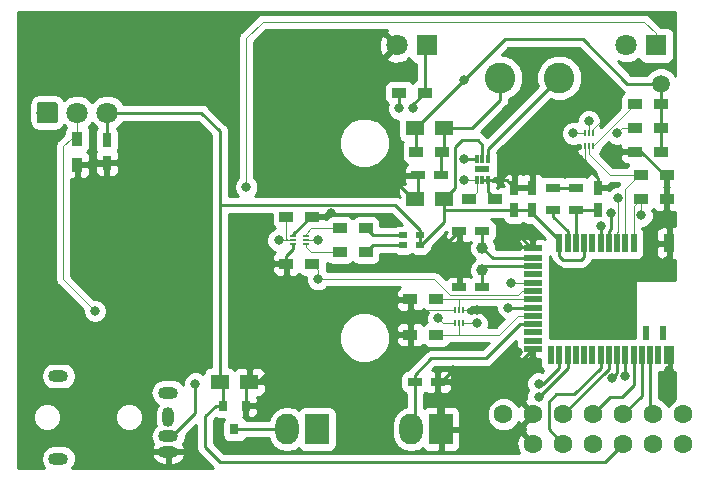
<source format=gtl>
G04 #@! TF.GenerationSoftware,KiCad,Pcbnew,5.0.2-bee76a0~70~ubuntu16.04.1*
G04 #@! TF.CreationDate,2019-02-20T18:18:52+05:30*
G04 #@! TF.ProjectId,senseBe_rev2,73656e73-6542-4655-9f72-6576322e6b69,rev?*
G04 #@! TF.SameCoordinates,Original*
G04 #@! TF.FileFunction,Copper,L1,Top*
G04 #@! TF.FilePolarity,Positive*
%FSLAX46Y46*%
G04 Gerber Fmt 4.6, Leading zero omitted, Abs format (unit mm)*
G04 Created by KiCad (PCBNEW 5.0.2-bee76a0~70~ubuntu16.04.1) date Wed Feb 20 18:18:52 2019*
%MOMM*%
%LPD*%
G01*
G04 APERTURE LIST*
G04 #@! TA.AperFunction,SMDPad,CuDef*
%ADD10R,1.500000X1.250000*%
G04 #@! TD*
G04 #@! TA.AperFunction,Conductor*
%ADD11C,0.100000*%
G04 #@! TD*
G04 #@! TA.AperFunction,ComponentPad*
%ADD12C,1.800000*%
G04 #@! TD*
G04 #@! TA.AperFunction,SMDPad,CuDef*
%ADD13R,0.500000X0.200000*%
G04 #@! TD*
G04 #@! TA.AperFunction,SMDPad,CuDef*
%ADD14R,0.750000X1.200000*%
G04 #@! TD*
G04 #@! TA.AperFunction,SMDPad,CuDef*
%ADD15R,1.200000X0.750000*%
G04 #@! TD*
G04 #@! TA.AperFunction,SMDPad,CuDef*
%ADD16R,0.700000X0.500000*%
G04 #@! TD*
G04 #@! TA.AperFunction,ComponentPad*
%ADD17R,1.800000X1.800000*%
G04 #@! TD*
G04 #@! TA.AperFunction,ComponentPad*
%ADD18O,1.700000X1.000000*%
G04 #@! TD*
G04 #@! TA.AperFunction,ComponentPad*
%ADD19O,1.000000X1.700000*%
G04 #@! TD*
G04 #@! TA.AperFunction,SMDPad,CuDef*
%ADD20R,1.300000X0.700000*%
G04 #@! TD*
G04 #@! TA.AperFunction,WasherPad*
%ADD21C,1.600000*%
G04 #@! TD*
G04 #@! TA.AperFunction,ComponentPad*
%ADD22C,1.600000*%
G04 #@! TD*
G04 #@! TA.AperFunction,SMDPad,CuDef*
%ADD23R,0.800000X0.900000*%
G04 #@! TD*
G04 #@! TA.AperFunction,SMDPad,CuDef*
%ADD24R,0.200000X0.500000*%
G04 #@! TD*
G04 #@! TA.AperFunction,SMDPad,CuDef*
%ADD25R,1.200000X0.900000*%
G04 #@! TD*
G04 #@! TA.AperFunction,SMDPad,CuDef*
%ADD26R,0.900000X1.200000*%
G04 #@! TD*
G04 #@! TA.AperFunction,ComponentPad*
%ADD27O,2.000000X2.600000*%
G04 #@! TD*
G04 #@! TA.AperFunction,ComponentPad*
%ADD28R,2.000000X2.600000*%
G04 #@! TD*
G04 #@! TA.AperFunction,BGAPad,CuDef*
%ADD29C,1.500000*%
G04 #@! TD*
G04 #@! TA.AperFunction,SMDPad,CuDef*
%ADD30R,1.600000X0.500000*%
G04 #@! TD*
G04 #@! TA.AperFunction,SMDPad,CuDef*
%ADD31R,0.500000X1.600000*%
G04 #@! TD*
G04 #@! TA.AperFunction,SMDPad,CuDef*
%ADD32R,0.900000X1.600000*%
G04 #@! TD*
G04 #@! TA.AperFunction,SMDPad,CuDef*
%ADD33R,0.500000X1.200000*%
G04 #@! TD*
G04 #@! TA.AperFunction,SMDPad,CuDef*
%ADD34R,1.300000X0.600000*%
G04 #@! TD*
G04 #@! TA.AperFunction,SMDPad,CuDef*
%ADD35R,0.300000X0.800000*%
G04 #@! TD*
G04 #@! TA.AperFunction,ComponentPad*
%ADD36C,1.000000*%
G04 #@! TD*
G04 #@! TA.AperFunction,ComponentPad*
%ADD37C,2.600000*%
G04 #@! TD*
G04 #@! TA.AperFunction,ViaPad*
%ADD38C,0.800000*%
G04 #@! TD*
G04 #@! TA.AperFunction,Conductor*
%ADD39C,0.250000*%
G04 #@! TD*
G04 #@! TA.AperFunction,Conductor*
%ADD40C,0.254000*%
G04 #@! TD*
G04 APERTURE END LIST*
D10*
G04 #@! TO.P,C10,2*
G04 #@! TO.N,GND*
X34250000Y-16500000D03*
G04 #@! TO.P,C10,1*
G04 #@! TO.N,VDD*
X36750000Y-16500000D03*
G04 #@! TD*
D11*
G04 #@! TO.N,/RX_OUT*
G04 #@! TO.C,U2*
G36*
X3824324Y-8301205D02*
X3848612Y-8304808D01*
X3872429Y-8310774D01*
X3895547Y-8319045D01*
X3917743Y-8329543D01*
X3938804Y-8342166D01*
X3958525Y-8356793D01*
X3976718Y-8373282D01*
X3993207Y-8391475D01*
X4007834Y-8411196D01*
X4020457Y-8432257D01*
X4030955Y-8454453D01*
X4039226Y-8477571D01*
X4045192Y-8501388D01*
X4048795Y-8525676D01*
X4050000Y-8550200D01*
X4050000Y-9849800D01*
X4048795Y-9874324D01*
X4045192Y-9898612D01*
X4039226Y-9922429D01*
X4030955Y-9945547D01*
X4020457Y-9967743D01*
X4007834Y-9988804D01*
X3993207Y-10008525D01*
X3976718Y-10026718D01*
X3958525Y-10043207D01*
X3938804Y-10057834D01*
X3917743Y-10070457D01*
X3895547Y-10080955D01*
X3872429Y-10089226D01*
X3848612Y-10095192D01*
X3824324Y-10098795D01*
X3799800Y-10100000D01*
X2500200Y-10100000D01*
X2475676Y-10098795D01*
X2451388Y-10095192D01*
X2427571Y-10089226D01*
X2404453Y-10080955D01*
X2382257Y-10070457D01*
X2361196Y-10057834D01*
X2341475Y-10043207D01*
X2323282Y-10026718D01*
X2306793Y-10008525D01*
X2292166Y-9988804D01*
X2279543Y-9967743D01*
X2269045Y-9945547D01*
X2260774Y-9922429D01*
X2254808Y-9898612D01*
X2251205Y-9874324D01*
X2250000Y-9849800D01*
X2250000Y-8550200D01*
X2251205Y-8525676D01*
X2254808Y-8501388D01*
X2260774Y-8477571D01*
X2269045Y-8454453D01*
X2279543Y-8432257D01*
X2292166Y-8411196D01*
X2306793Y-8391475D01*
X2323282Y-8373282D01*
X2341475Y-8356793D01*
X2361196Y-8342166D01*
X2382257Y-8329543D01*
X2404453Y-8319045D01*
X2427571Y-8310774D01*
X2451388Y-8304808D01*
X2475676Y-8301205D01*
X2500200Y-8300000D01*
X3799800Y-8300000D01*
X3824324Y-8301205D01*
X3824324Y-8301205D01*
G37*
D12*
G04 #@! TD*
G04 #@! TO.P,U2,1*
G04 #@! TO.N,/RX_OUT*
X3150000Y-9200000D03*
G04 #@! TO.P,U2,2*
G04 #@! TO.N,Net-(Q3-Pad1)*
X5690000Y-9200000D03*
G04 #@! TO.P,U2,3*
G04 #@! TO.N,VDD*
X8230000Y-9200000D03*
G04 #@! TD*
D13*
G04 #@! TO.P,Q2,1*
G04 #@! TO.N,GND*
X23950000Y-19650000D03*
G04 #@! TO.P,Q2,2*
G04 #@! TO.N,/LED_RED*
X23950000Y-20000000D03*
G04 #@! TO.P,Q2,3*
G04 #@! TO.N,GND*
X23950000Y-20350000D03*
G04 #@! TO.P,Q2,4*
G04 #@! TO.N,Net-(Q2-Pad4)*
X25050000Y-20350000D03*
G04 #@! TO.P,Q2,5*
G04 #@! TO.N,/LED_GREEN*
X25050000Y-20000000D03*
G04 #@! TO.P,Q2,6*
G04 #@! TO.N,Net-(Q2-Pad6)*
X25050000Y-19650000D03*
G04 #@! TD*
D14*
G04 #@! TO.P,C1,1*
G04 #@! TO.N,GND*
X49750000Y-15550000D03*
G04 #@! TO.P,C1,2*
G04 #@! TO.N,/DEC4*
X49750000Y-17450000D03*
G04 #@! TD*
D15*
G04 #@! TO.P,C2,1*
G04 #@! TO.N,GND*
X36200000Y-32000000D03*
G04 #@! TO.P,C2,2*
G04 #@! TO.N,/BUTTON*
X34300000Y-32000000D03*
G04 #@! TD*
D10*
G04 #@! TO.P,C3,2*
G04 #@! TO.N,GND*
X20250000Y-32000000D03*
G04 #@! TO.P,C3,1*
G04 #@! TO.N,VDD*
X17750000Y-32000000D03*
G04 #@! TD*
D15*
G04 #@! TO.P,C4,1*
G04 #@! TO.N,GND*
X38050000Y-19200000D03*
G04 #@! TO.P,C4,2*
G04 #@! TO.N,/LFCLK_XL1*
X39950000Y-19200000D03*
G04 #@! TD*
D14*
G04 #@! TO.P,C5,2*
G04 #@! TO.N,VDD*
X42700000Y-17450000D03*
G04 #@! TO.P,C5,1*
G04 #@! TO.N,GND*
X42700000Y-15550000D03*
G04 #@! TD*
G04 #@! TO.P,C6,2*
G04 #@! TO.N,VDD*
X44200000Y-17450000D03*
G04 #@! TO.P,C6,1*
G04 #@! TO.N,GND*
X44200000Y-15550000D03*
G04 #@! TD*
D15*
G04 #@! TO.P,C7,2*
G04 #@! TO.N,/LFCLK_XL2*
X39950000Y-24000000D03*
G04 #@! TO.P,C7,1*
G04 #@! TO.N,GND*
X38050000Y-24000000D03*
G04 #@! TD*
D14*
G04 #@! TO.P,C8,1*
G04 #@! TO.N,VDD*
X8200000Y-11550000D03*
G04 #@! TO.P,C8,2*
G04 #@! TO.N,GND*
X8200000Y-13450000D03*
G04 #@! TD*
D15*
G04 #@! TO.P,C9,2*
G04 #@! TO.N,GND*
X34550000Y-14500000D03*
G04 #@! TO.P,C9,1*
G04 #@! TO.N,/Sheet5C63BFE7/VLED*
X36450000Y-14500000D03*
G04 #@! TD*
D10*
G04 #@! TO.P,C11,1*
G04 #@! TO.N,/Sheet5C63BFE7/VLED*
X36750000Y-10500000D03*
G04 #@! TO.P,C11,2*
G04 #@! TO.N,Net-(C11-Pad2)*
X34250000Y-10500000D03*
G04 #@! TD*
D16*
G04 #@! TO.P,D1,4*
G04 #@! TO.N,Net-(D1-Pad4)*
X33300000Y-19600000D03*
G04 #@! TO.P,D1,3*
G04 #@! TO.N,VDD*
X34700000Y-19600000D03*
G04 #@! TO.P,D1,1*
X34700000Y-20400000D03*
G04 #@! TO.P,D1,2*
G04 #@! TO.N,Net-(D1-Pad2)*
X33300000Y-20400000D03*
G04 #@! TD*
D17*
G04 #@! TO.P,D2,1*
G04 #@! TO.N,/LIGHT_SENSE*
X35300000Y-3500000D03*
D12*
G04 #@! TO.P,D2,2*
G04 #@! TO.N,GND*
X32760000Y-3500000D03*
G04 #@! TD*
G04 #@! TO.P,D3,2*
G04 #@! TO.N,/Sheet5C63BFE7/VLED*
X52160000Y-3500000D03*
D17*
G04 #@! TO.P,D3,1*
G04 #@! TO.N,Net-(D3-Pad1)*
X54700000Y-3500000D03*
G04 #@! TD*
D18*
G04 #@! TO.P,J1,1*
G04 #@! TO.N,GND*
X13400000Y-37900000D03*
D19*
G04 #@! TO.P,J1,2*
G04 #@! TO.N,/TRIGGER*
X13400000Y-35000000D03*
D18*
G04 #@! TO.P,J1,3*
G04 #@! TO.N,/FOCUS*
X13400000Y-36600000D03*
G04 #@! TO.P,J1,4*
G04 #@! TO.N,/TRIGGER*
X13400000Y-32900000D03*
G04 #@! TO.P,J1,*
G04 #@! TO.N,*
X4100000Y-38500000D03*
X4100000Y-31500000D03*
G04 #@! TD*
D20*
G04 #@! TO.P,L1,1*
G04 #@! TO.N,/DEC4*
X47900000Y-17450000D03*
G04 #@! TO.P,L1,2*
G04 #@! TO.N,Net-(L1-Pad2)*
X47900000Y-15550000D03*
G04 #@! TD*
G04 #@! TO.P,L2,2*
G04 #@! TO.N,/DCC*
X46000000Y-17450000D03*
G04 #@! TO.P,L2,1*
G04 #@! TO.N,Net-(L1-Pad2)*
X46000000Y-15550000D03*
G04 #@! TD*
D21*
G04 #@! TO.P,P1,*
G04 #@! TO.N,*
X41780000Y-34730000D03*
X57020000Y-37270000D03*
D22*
G04 #@! TO.P,P1,1*
G04 #@! TO.N,/SWDIO*
X54480000Y-34730000D03*
G04 #@! TO.P,P1,3*
G04 #@! TO.N,/SWDCLK*
X51940000Y-34730000D03*
G04 #@! TO.P,P1,5*
G04 #@! TO.N,/RESET*
X49400000Y-34730000D03*
G04 #@! TO.P,P1,7*
G04 #@! TO.N,/GPIO2*
X46860000Y-34730000D03*
G04 #@! TO.P,P1,9*
G04 #@! TO.N,GND*
X44320000Y-34730000D03*
G04 #@! TO.P,P1,10*
X44320000Y-37270000D03*
G04 #@! TO.P,P1,8*
G04 #@! TO.N,/RX*
X46860000Y-37270000D03*
G04 #@! TO.P,P1,6*
G04 #@! TO.N,/GPIO1*
X49400000Y-37270000D03*
G04 #@! TO.P,P1,4*
G04 #@! TO.N,VDD*
X51940000Y-37270000D03*
G04 #@! TO.P,P1,2*
G04 #@! TO.N,/TX*
X54480000Y-37270000D03*
D21*
G04 #@! TO.P,P1,*
G04 #@! TO.N,*
X57020000Y-34730000D03*
G04 #@! TD*
D23*
G04 #@! TO.P,Q1,1*
G04 #@! TO.N,GND*
X19950000Y-34000000D03*
G04 #@! TO.P,Q1,2*
G04 #@! TO.N,VDD*
X18050000Y-34000000D03*
G04 #@! TO.P,Q1,3*
G04 #@! TO.N,Net-(Q1-Pad3)*
X19000000Y-36000000D03*
G04 #@! TD*
D24*
G04 #@! TO.P,Q3,1*
G04 #@! TO.N,Net-(Q3-Pad1)*
X37650000Y-27050000D03*
G04 #@! TO.P,Q3,2*
G04 #@! TO.N,/RX_EN*
X38000000Y-27050000D03*
G04 #@! TO.P,Q3,3*
G04 #@! TO.N,Net-(D3-Pad1)*
X38350000Y-27050000D03*
G04 #@! TO.P,Q3,4*
G04 #@! TO.N,GND*
X38350000Y-25950000D03*
G04 #@! TO.P,Q3,5*
G04 #@! TO.N,/IR_LED_EN*
X38000000Y-25950000D03*
G04 #@! TO.P,Q3,6*
G04 #@! TO.N,GND*
X37650000Y-25950000D03*
G04 #@! TD*
G04 #@! TO.P,Q4,6*
G04 #@! TO.N,Net-(Q4-Pad6)*
X49350000Y-12050000D03*
G04 #@! TO.P,Q4,5*
G04 #@! TO.N,/PWR2*
X49000000Y-12050000D03*
G04 #@! TO.P,Q4,4*
G04 #@! TO.N,GND*
X48650000Y-12050000D03*
G04 #@! TO.P,Q4,3*
G04 #@! TO.N,Net-(Q4-Pad3)*
X48650000Y-10950000D03*
G04 #@! TO.P,Q4,2*
G04 #@! TO.N,/PWR1*
X49000000Y-10950000D03*
G04 #@! TO.P,Q4,1*
G04 #@! TO.N,GND*
X49350000Y-10950000D03*
G04 #@! TD*
D25*
G04 #@! TO.P,R1,2*
G04 #@! TO.N,GND*
X25600000Y-18000000D03*
G04 #@! TO.P,R1,1*
G04 #@! TO.N,/LED_RED*
X23400000Y-18000000D03*
G04 #@! TD*
G04 #@! TO.P,R2,2*
G04 #@! TO.N,Net-(D1-Pad2)*
X30100000Y-21000000D03*
G04 #@! TO.P,R2,1*
G04 #@! TO.N,Net-(Q2-Pad4)*
X27900000Y-21000000D03*
G04 #@! TD*
G04 #@! TO.P,R3,1*
G04 #@! TO.N,Net-(Q2-Pad6)*
X27900000Y-19000000D03*
G04 #@! TO.P,R3,2*
G04 #@! TO.N,Net-(D1-Pad4)*
X30100000Y-19000000D03*
G04 #@! TD*
G04 #@! TO.P,R4,1*
G04 #@! TO.N,/LED_GREEN*
X25600000Y-22000000D03*
G04 #@! TO.P,R4,2*
G04 #@! TO.N,GND*
X23400000Y-22000000D03*
G04 #@! TD*
G04 #@! TO.P,R5,2*
G04 #@! TO.N,/LIGHT_SENSE*
X35150000Y-7500000D03*
G04 #@! TO.P,R5,1*
G04 #@! TO.N,/LIGHT_SENSE_EN*
X32950000Y-7500000D03*
G04 #@! TD*
D26*
G04 #@! TO.P,R6,2*
G04 #@! TO.N,GND*
X5700000Y-13600000D03*
G04 #@! TO.P,R6,1*
G04 #@! TO.N,Net-(Q3-Pad1)*
X5700000Y-11400000D03*
G04 #@! TD*
D25*
G04 #@! TO.P,R7,1*
G04 #@! TO.N,/RX_EN*
X36100000Y-28000000D03*
G04 #@! TO.P,R7,2*
G04 #@! TO.N,GND*
X33900000Y-28000000D03*
G04 #@! TD*
G04 #@! TO.P,R8,1*
G04 #@! TO.N,/IR_LED_EN*
X36100000Y-25000000D03*
G04 #@! TO.P,R8,2*
G04 #@! TO.N,GND*
X33900000Y-25000000D03*
G04 #@! TD*
G04 #@! TO.P,R9,2*
G04 #@! TO.N,GND*
X41100000Y-16500000D03*
G04 #@! TO.P,R9,1*
G04 #@! TO.N,/REG_EN*
X38900000Y-16500000D03*
G04 #@! TD*
G04 #@! TO.P,R10,1*
G04 #@! TO.N,/PWR1*
X53400000Y-16500000D03*
G04 #@! TO.P,R10,2*
G04 #@! TO.N,GND*
X55600000Y-16500000D03*
G04 #@! TD*
G04 #@! TO.P,R11,2*
G04 #@! TO.N,Net-(C11-Pad2)*
X34400000Y-12500000D03*
G04 #@! TO.P,R11,1*
G04 #@! TO.N,/Sheet5C63BFE7/VLED*
X36600000Y-12500000D03*
G04 #@! TD*
G04 #@! TO.P,R12,1*
G04 #@! TO.N,Net-(C11-Pad2)*
X55100000Y-12500000D03*
G04 #@! TO.P,R12,2*
G04 #@! TO.N,GND*
X52900000Y-12500000D03*
G04 #@! TD*
G04 #@! TO.P,R13,2*
G04 #@! TO.N,Net-(Q4-Pad6)*
X52900000Y-8500000D03*
G04 #@! TO.P,R13,1*
G04 #@! TO.N,Net-(C11-Pad2)*
X55100000Y-8500000D03*
G04 #@! TD*
G04 #@! TO.P,R14,2*
G04 #@! TO.N,GND*
X55600000Y-14500000D03*
G04 #@! TO.P,R14,1*
G04 #@! TO.N,/PWR2*
X53400000Y-14500000D03*
G04 #@! TD*
G04 #@! TO.P,R15,1*
G04 #@! TO.N,Net-(C11-Pad2)*
X55100000Y-10500000D03*
G04 #@! TO.P,R15,2*
G04 #@! TO.N,Net-(Q4-Pad3)*
X52900000Y-10500000D03*
G04 #@! TD*
D27*
G04 #@! TO.P,SW1,2*
G04 #@! TO.N,Net-(Q1-Pad3)*
X23460000Y-36000000D03*
D28*
G04 #@! TO.P,SW1,1*
G04 #@! TO.N,N/C*
X26000000Y-36000000D03*
G04 #@! TD*
G04 #@! TO.P,SW2,1*
G04 #@! TO.N,GND*
X36500000Y-36000000D03*
D27*
G04 #@! TO.P,SW2,2*
G04 #@! TO.N,/BUTTON*
X33960000Y-36000000D03*
G04 #@! TD*
D29*
G04 #@! TO.P,TP1,1*
G04 #@! TO.N,Net-(C11-Pad2)*
X55100000Y-6750000D03*
G04 #@! TD*
D30*
G04 #@! TO.P,U1,12*
G04 #@! TO.N,GND*
X44250000Y-20700000D03*
D31*
G04 #@! TO.P,U1,2*
G04 #@! TO.N,/PWR1*
X52800000Y-20250000D03*
D32*
G04 #@! TO.P,U1,1*
G04 #@! TO.N,GND*
X55800000Y-20250000D03*
D31*
G04 #@! TO.P,U1,3*
G04 #@! TO.N,/PWR2*
X52100000Y-20250000D03*
G04 #@! TO.P,U1,4*
G04 #@! TO.N,/REG_EN*
X51400000Y-20250000D03*
G04 #@! TO.P,U1,5*
G04 #@! TO.N,/LIGHT_SENSE*
X50700000Y-20250000D03*
G04 #@! TO.P,U1,6*
G04 #@! TO.N,/LIGHT_SENSE_EN*
X50000000Y-20250000D03*
G04 #@! TO.P,U1,7*
G04 #@! TO.N,N/C*
X49300000Y-20250000D03*
G04 #@! TO.P,U1,8*
G04 #@! TO.N,VDD*
X48600000Y-20250000D03*
G04 #@! TO.P,U1,9*
G04 #@! TO.N,/DEC4*
X47900000Y-20250000D03*
G04 #@! TO.P,U1,10*
G04 #@! TO.N,/DCC*
X47200000Y-20250000D03*
G04 #@! TO.P,U1,11*
G04 #@! TO.N,VDD*
X46500000Y-20250000D03*
D30*
G04 #@! TO.P,U1,13*
G04 #@! TO.N,/LFCLK_XL1*
X44250000Y-21500000D03*
G04 #@! TO.P,U1,14*
G04 #@! TO.N,/LFCLK_XL2*
X44250000Y-22200000D03*
G04 #@! TO.P,U1,15*
G04 #@! TO.N,N/C*
X44250000Y-22900000D03*
G04 #@! TO.P,U1,16*
G04 #@! TO.N,/LED_RED*
X44250000Y-23600000D03*
G04 #@! TO.P,U1,17*
G04 #@! TO.N,/LED_GREEN*
X44250000Y-24300000D03*
G04 #@! TO.P,U1,18*
G04 #@! TO.N,/IR_LED_EN*
X44250000Y-25000000D03*
G04 #@! TO.P,U1,19*
G04 #@! TO.N,/RX_OUT*
X44250000Y-25700000D03*
G04 #@! TO.P,U1,20*
G04 #@! TO.N,/RX_EN*
X44250000Y-26400000D03*
G04 #@! TO.P,U1,21*
G04 #@! TO.N,/BUTTON*
X44250000Y-27100000D03*
G04 #@! TO.P,U1,22*
G04 #@! TO.N,N/C*
X44250000Y-27800000D03*
G04 #@! TO.P,U1,23*
X44250000Y-28500000D03*
G04 #@! TO.P,U1,24*
G04 #@! TO.N,GND*
X44250000Y-29200000D03*
D31*
G04 #@! TO.P,U1,25*
G04 #@! TO.N,N/C*
X45800000Y-29750000D03*
G04 #@! TO.P,U1,26*
G04 #@! TO.N,/FOCUS*
X46500000Y-29750000D03*
G04 #@! TO.P,U1,27*
G04 #@! TO.N,/TRIGGER*
X47200000Y-29750000D03*
G04 #@! TO.P,U1,28*
G04 #@! TO.N,N/C*
X47900000Y-29750000D03*
G04 #@! TO.P,U1,29*
X48600000Y-29750000D03*
G04 #@! TO.P,U1,30*
X49300000Y-29750000D03*
G04 #@! TO.P,U1,31*
G04 #@! TO.N,/RX*
X50000000Y-29750000D03*
G04 #@! TO.P,U1,32*
G04 #@! TO.N,/GPIO2*
X50700000Y-29750000D03*
G04 #@! TO.P,U1,33*
G04 #@! TO.N,/GPIO1*
X51400000Y-29750000D03*
G04 #@! TO.P,U1,34*
G04 #@! TO.N,/TX*
X52100000Y-29750000D03*
G04 #@! TO.P,U1,35*
G04 #@! TO.N,/RESET*
X52800000Y-29750000D03*
G04 #@! TO.P,U1,36*
G04 #@! TO.N,/SWDCLK*
X53500000Y-29750000D03*
G04 #@! TO.P,U1,37*
G04 #@! TO.N,/SWDIO*
X54200000Y-29750000D03*
G04 #@! TO.P,U1,38*
G04 #@! TO.N,N/C*
X54900000Y-29750000D03*
D32*
G04 #@! TO.P,U1,39*
G04 #@! TO.N,GND*
X55800000Y-29750000D03*
D33*
G04 #@! TO.P,U1,40*
G04 #@! TO.N,N/C*
X55250000Y-27900000D03*
G04 #@! TO.P,U1,41*
X53850000Y-27900000D03*
G04 #@! TD*
D34*
G04 #@! TO.P,U3,EP*
G04 #@! TO.N,N/C*
X40000000Y-14000000D03*
D35*
G04 #@! TO.P,U3,2*
G04 #@! TO.N,GND*
X40000000Y-14900000D03*
G04 #@! TO.P,U3,5*
G04 #@! TO.N,VDD*
X40000000Y-13100000D03*
G04 #@! TO.P,U3,4*
G04 #@! TO.N,Net-(L3-Pad1)*
X40500000Y-13100000D03*
G04 #@! TO.P,U3,6*
G04 #@! TO.N,Net-(C11-Pad2)*
X39500000Y-13100000D03*
G04 #@! TO.P,U3,1*
G04 #@! TO.N,/REG_EN*
X39500000Y-14900000D03*
G04 #@! TO.P,U3,3*
G04 #@! TO.N,GND*
X40500000Y-14900000D03*
G04 #@! TD*
D36*
G04 #@! TO.P,Y1,1*
G04 #@! TO.N,/LFCLK_XL1*
X40000000Y-20650000D03*
G04 #@! TO.P,Y1,2*
G04 #@! TO.N,/LFCLK_XL2*
X40000000Y-22550000D03*
G04 #@! TD*
D37*
G04 #@! TO.P,L3,1*
G04 #@! TO.N,Net-(L3-Pad1)*
X46500000Y-6250000D03*
G04 #@! TO.P,L3,2*
G04 #@! TO.N,/Sheet5C63BFE7/VLED*
X41500000Y-6250000D03*
G04 #@! TD*
D38*
G04 #@! TO.N,GND*
X46500000Y-22500000D03*
X50500000Y-27500000D03*
X50500000Y-22500000D03*
X46450000Y-27500000D03*
X37500000Y-31000000D03*
X8200000Y-14800000D03*
X23400000Y-23300000D03*
X32000000Y-15000000D03*
X37000000Y-20250000D03*
X51600000Y-12500000D03*
X43000000Y-30500000D03*
X44000000Y-30500000D03*
X43000000Y-29500000D03*
X43000000Y-19525000D03*
X44000000Y-19525000D03*
X43000000Y-20500000D03*
X55800000Y-31000000D03*
X55800000Y-31800000D03*
X55800000Y-18750000D03*
X55800000Y-17950000D03*
X55000000Y-17950000D03*
X55000000Y-18750000D03*
X48500000Y-25000000D03*
X52000000Y-25000000D03*
X53500000Y-22500000D03*
X54800000Y-21750000D03*
X55650000Y-21750000D03*
X55650000Y-22850000D03*
X54800000Y-22850000D03*
X22000000Y-31000000D03*
X42700000Y-13750000D03*
X48550000Y-13500000D03*
X50500000Y-9000000D03*
X39550000Y-25950000D03*
X27200000Y-17725000D03*
G04 #@! TO.N,Net-(C11-Pad2)*
X38450000Y-13100000D03*
X38450000Y-6425000D03*
G04 #@! TO.N,/LIGHT_SENSE*
X50850000Y-17700000D03*
X34150000Y-8850000D03*
G04 #@! TO.N,Net-(D3-Pad1)*
X20000000Y-15500000D03*
X39500000Y-27050000D03*
G04 #@! TO.N,/TRIGGER*
X44750000Y-33250000D03*
G04 #@! TO.N,/FOCUS*
X44750000Y-32150000D03*
X15700000Y-32150000D03*
G04 #@! TO.N,/GPIO1*
X50957653Y-31657653D03*
G04 #@! TO.N,/TX*
X52075000Y-31500000D03*
G04 #@! TO.N,/LED_RED*
X22750000Y-20000000D03*
X42450000Y-23600000D03*
G04 #@! TO.N,/LED_GREEN*
X26100000Y-20000000D03*
X26100000Y-23300000D03*
G04 #@! TO.N,Net-(Q3-Pad1)*
X7200000Y-26000000D03*
X36250000Y-26600000D03*
G04 #@! TO.N,Net-(Q4-Pad3)*
X51400000Y-10950000D03*
X47700000Y-10950000D03*
G04 #@! TO.N,/PWR1*
X49000000Y-9950000D03*
X53450000Y-17900000D03*
G04 #@! TO.N,/LIGHT_SENSE_EN*
X50000000Y-18800000D03*
X32950000Y-8850000D03*
G04 #@! TO.N,/REG_EN*
X38400000Y-14900000D03*
X51450000Y-16450000D03*
G04 #@! TO.N,/RX_OUT*
X42200000Y-25700000D03*
G04 #@! TD*
D39*
G04 #@! TO.N,GND*
X36200000Y-35700000D02*
X36500000Y-36000000D01*
X36200000Y-32000000D02*
X36200000Y-35700000D01*
X42700000Y-15550000D02*
X44200000Y-15550000D01*
X8050000Y-13600000D02*
X8200000Y-13450000D01*
X5700000Y-13600000D02*
X8050000Y-13600000D01*
X38050000Y-24000000D02*
X38050000Y-19200000D01*
X23950000Y-19500000D02*
X23950000Y-19574999D01*
X25450000Y-18000000D02*
X23950000Y-19500000D01*
X25600000Y-18000000D02*
X25450000Y-18000000D01*
X23950000Y-20750000D02*
X23950000Y-20425001D01*
X23400000Y-21300000D02*
X23950000Y-20750000D01*
X23400000Y-22000000D02*
X23400000Y-21300000D01*
X55600000Y-16500000D02*
X55600000Y-14500000D01*
X55450000Y-14500000D02*
X55600000Y-14500000D01*
X53450000Y-12500000D02*
X55450000Y-14500000D01*
X52900000Y-12500000D02*
X53450000Y-12500000D01*
X40000000Y-14900000D02*
X40500000Y-14900000D01*
X19950000Y-32300000D02*
X20250000Y-32000000D01*
X19950000Y-34000000D02*
X19950000Y-32300000D01*
X36500000Y-32000000D02*
X37500000Y-31000000D01*
X36200000Y-32000000D02*
X36500000Y-32000000D01*
X33900000Y-25700000D02*
X33900000Y-28000000D01*
X33900000Y-25000000D02*
X33900000Y-25700000D01*
X34550000Y-16200000D02*
X34250000Y-16500000D01*
X34550000Y-14500000D02*
X34550000Y-16200000D01*
X8200000Y-13450000D02*
X8200000Y-14800000D01*
X23400000Y-22000000D02*
X23400000Y-23300000D01*
X34125000Y-16500000D02*
X32625000Y-15000000D01*
X32625000Y-15000000D02*
X32000000Y-15000000D01*
X34250000Y-16500000D02*
X34125000Y-16500000D01*
X38050000Y-19200000D02*
X37000000Y-20250000D01*
X40500000Y-15900000D02*
X41100000Y-16500000D01*
X40500000Y-14900000D02*
X40500000Y-15900000D01*
X42050000Y-14900000D02*
X42700000Y-15550000D01*
X40500000Y-14900000D02*
X42050000Y-14900000D01*
X52900000Y-12500000D02*
X51600000Y-12500000D01*
X44250000Y-29250000D02*
X43000000Y-30500000D01*
X44250000Y-29200000D02*
X44250000Y-29250000D01*
X44175000Y-20700000D02*
X43000000Y-19525000D01*
X44250000Y-20700000D02*
X44175000Y-20700000D01*
X55800000Y-29750000D02*
X55800000Y-31000000D01*
X55800000Y-20250000D02*
X55800000Y-18750000D01*
X21000000Y-32000000D02*
X22000000Y-31000000D01*
X20250000Y-32000000D02*
X21000000Y-32000000D01*
X42700000Y-15550000D02*
X42700000Y-13750000D01*
X49750000Y-14700000D02*
X48550000Y-13500000D01*
X49750000Y-15550000D02*
X49750000Y-14700000D01*
D11*
X48650000Y-13400000D02*
X48550000Y-13500000D01*
X48650000Y-12050000D02*
X48650000Y-13400000D01*
X50500000Y-9450000D02*
X50500000Y-9000000D01*
X49350000Y-10600000D02*
X50500000Y-9450000D01*
X49350000Y-10950000D02*
X49350000Y-10600000D01*
X33900000Y-25550000D02*
X33900000Y-25000000D01*
X34300000Y-25950000D02*
X33900000Y-25550000D01*
X37650000Y-25950000D02*
X34300000Y-25950000D01*
X38350000Y-25950000D02*
X39550000Y-25950000D01*
X26925000Y-18000000D02*
X27200000Y-17725000D01*
X25600000Y-18000000D02*
X26925000Y-18000000D01*
D39*
G04 #@! TO.N,/DEC4*
X47900000Y-20250000D02*
X47900000Y-17450000D01*
X49750000Y-17450000D02*
X47900000Y-17450000D01*
G04 #@! TO.N,/BUTTON*
X34300000Y-35660000D02*
X33960000Y-36000000D01*
X34300000Y-32000000D02*
X34300000Y-35660000D01*
X34300000Y-31375000D02*
X35675000Y-30000000D01*
X34300000Y-32000000D02*
X34300000Y-31375000D01*
X40300000Y-30000000D02*
X43200000Y-27100000D01*
X43200000Y-27100000D02*
X44250000Y-27100000D01*
X35675000Y-30000000D02*
X40300000Y-30000000D01*
G04 #@! TO.N,VDD*
X18050000Y-32300000D02*
X17750000Y-32000000D01*
X18050000Y-34000000D02*
X18050000Y-32300000D01*
X42700000Y-17450000D02*
X44200000Y-17450000D01*
X46500000Y-21300000D02*
X46850000Y-21650000D01*
X46500000Y-20250000D02*
X46500000Y-21300000D01*
X46850000Y-21650000D02*
X48350000Y-21650000D01*
X48600000Y-21400000D02*
X48600000Y-20250000D01*
X48350000Y-21650000D02*
X48600000Y-21400000D01*
X46500000Y-19975000D02*
X46500000Y-20250000D01*
X44200000Y-17675000D02*
X46500000Y-19975000D01*
X44200000Y-17450000D02*
X44200000Y-17675000D01*
X8230000Y-11520000D02*
X8200000Y-11550000D01*
X8230000Y-9200000D02*
X8230000Y-11520000D01*
X34700000Y-19600000D02*
X34700000Y-20400000D01*
X17400000Y-34000000D02*
X16500000Y-34900000D01*
X18050000Y-34000000D02*
X17400000Y-34000000D01*
X16500000Y-34900000D02*
X16500000Y-37500000D01*
X51940000Y-37270000D02*
X50410000Y-38800000D01*
X17800000Y-38800000D02*
X16500000Y-37500000D01*
X50410000Y-38800000D02*
X17800000Y-38800000D01*
X16200000Y-9200000D02*
X17750000Y-10750000D01*
X8230000Y-9200000D02*
X16200000Y-9200000D01*
X34700000Y-19600000D02*
X34700000Y-19100000D01*
X17750000Y-10750000D02*
X17750000Y-16400000D01*
X37674999Y-15575001D02*
X36750000Y-16500000D01*
X37674999Y-12125001D02*
X37674999Y-15575001D01*
X40000000Y-13100000D02*
X40000000Y-11950000D01*
X38250000Y-11550000D02*
X37674999Y-12125001D01*
X40000000Y-11950000D02*
X39600000Y-11550000D01*
X39600000Y-11550000D02*
X38250000Y-11550000D01*
X34700000Y-19100000D02*
X32600000Y-17000000D01*
X32600000Y-17000000D02*
X17750000Y-17000000D01*
X17750000Y-17000000D02*
X17750000Y-32000000D01*
X17750000Y-16400000D02*
X17750000Y-17000000D01*
X36825000Y-17450000D02*
X36750000Y-17375000D01*
X42700000Y-17450000D02*
X36825000Y-17450000D01*
X36750000Y-17375000D02*
X36750000Y-16500000D01*
X36750000Y-18450000D02*
X36750000Y-17375000D01*
X34800000Y-20400000D02*
X36750000Y-18450000D01*
X34700000Y-20400000D02*
X34800000Y-20400000D01*
G04 #@! TO.N,/LFCLK_XL1*
X40850000Y-21500000D02*
X44250000Y-21500000D01*
X40000000Y-20650000D02*
X40850000Y-21500000D01*
X39950000Y-20600000D02*
X40000000Y-20650000D01*
X39950000Y-19200000D02*
X39950000Y-20600000D01*
G04 #@! TO.N,/LFCLK_XL2*
X40350000Y-22200000D02*
X40000000Y-22550000D01*
X44250000Y-22200000D02*
X40350000Y-22200000D01*
X39950000Y-22600000D02*
X40000000Y-22550000D01*
X39950000Y-24000000D02*
X39950000Y-22600000D01*
G04 #@! TO.N,/Sheet5C63BFE7/VLED*
X36750000Y-12350000D02*
X36600000Y-12500000D01*
X36750000Y-10500000D02*
X36750000Y-12350000D01*
X36450000Y-12650000D02*
X36600000Y-12500000D01*
X36450000Y-14500000D02*
X36450000Y-12650000D01*
X37750000Y-10500000D02*
X36750000Y-10500000D01*
X39088477Y-10500000D02*
X37750000Y-10500000D01*
X41500000Y-8088477D02*
X39088477Y-10500000D01*
X41500000Y-6250000D02*
X41500000Y-8088477D01*
G04 #@! TO.N,Net-(C11-Pad2)*
X55100000Y-12500000D02*
X55100000Y-10500000D01*
X55100000Y-8500000D02*
X55100000Y-10500000D01*
X55100000Y-8500000D02*
X55100000Y-6750000D01*
X34400000Y-10650000D02*
X34250000Y-10500000D01*
X34400000Y-12500000D02*
X34400000Y-10650000D01*
X55100000Y-6750000D02*
X52250000Y-6750000D01*
X52250000Y-6750000D02*
X48500000Y-3000000D01*
X41875000Y-3000000D02*
X42650000Y-3000000D01*
X34250000Y-10500000D02*
X34375000Y-10500000D01*
X48500000Y-3000000D02*
X42650000Y-3000000D01*
X39500000Y-13100000D02*
X38450000Y-13100000D01*
X38450000Y-6425000D02*
X41875000Y-3000000D01*
X34375000Y-10500000D02*
X38450000Y-6425000D01*
G04 #@! TO.N,Net-(D1-Pad4)*
X30700000Y-19600000D02*
X30100000Y-19000000D01*
X33300000Y-19600000D02*
X30700000Y-19600000D01*
G04 #@! TO.N,Net-(D1-Pad2)*
X30700000Y-20400000D02*
X30100000Y-21000000D01*
X33300000Y-20400000D02*
X30700000Y-20400000D01*
G04 #@! TO.N,/LIGHT_SENSE*
X35150000Y-3650000D02*
X35300000Y-3500000D01*
X35150000Y-7500000D02*
X35150000Y-3650000D01*
X50850000Y-19050000D02*
X50700000Y-19200000D01*
X50850000Y-17700000D02*
X50850000Y-19050000D01*
X50700000Y-19200000D02*
X50700000Y-20250000D01*
X34150000Y-8500000D02*
X35150000Y-7500000D01*
X34150000Y-8850000D02*
X34150000Y-8500000D01*
D11*
G04 #@! TO.N,Net-(D3-Pad1)*
X54700000Y-2500000D02*
X53700000Y-1500000D01*
X54700000Y-3500000D02*
X54700000Y-2500000D01*
X53700000Y-1500000D02*
X21400000Y-1500000D01*
X20000000Y-2900000D02*
X20000000Y-15500000D01*
X21400000Y-1500000D02*
X20000000Y-2900000D01*
X39500000Y-27050000D02*
X38350000Y-27050000D01*
D39*
G04 #@! TO.N,/TRIGGER*
X47200000Y-30800000D02*
X44750000Y-33250000D01*
X47200000Y-29750000D02*
X47200000Y-30800000D01*
G04 #@! TO.N,/FOCUS*
X45150000Y-32150000D02*
X44750000Y-32150000D01*
X46500000Y-30800000D02*
X45150000Y-32150000D01*
X46500000Y-29750000D02*
X46500000Y-30800000D01*
X13750000Y-36600000D02*
X15700000Y-34650000D01*
X15700000Y-32715685D02*
X15700000Y-32150000D01*
X15700000Y-34650000D02*
X15700000Y-32715685D01*
X13400000Y-36600000D02*
X13750000Y-36600000D01*
G04 #@! TO.N,Net-(L1-Pad2)*
X46000000Y-15550000D02*
X47900000Y-15550000D01*
G04 #@! TO.N,/DCC*
X47200000Y-19250000D02*
X47200000Y-20250000D01*
X46000000Y-18050000D02*
X47200000Y-19250000D01*
X46000000Y-17450000D02*
X46000000Y-18050000D01*
G04 #@! TO.N,Net-(L3-Pad1)*
X40500000Y-12250000D02*
X40500000Y-13100000D01*
X46500000Y-6250000D02*
X40500000Y-12250000D01*
G04 #@! TO.N,/SWDIO*
X54200000Y-34450000D02*
X54480000Y-34730000D01*
X54200000Y-29750000D02*
X54200000Y-34450000D01*
G04 #@! TO.N,/SWDCLK*
X53500000Y-33170000D02*
X51940000Y-34730000D01*
X53500000Y-29750000D02*
X53500000Y-33170000D01*
G04 #@! TO.N,/RESET*
X52800000Y-32273002D02*
X51773002Y-33300000D01*
X52800000Y-29750000D02*
X52800000Y-32273002D01*
X50830000Y-33300000D02*
X49400000Y-34730000D01*
X51773002Y-33300000D02*
X50830000Y-33300000D01*
G04 #@! TO.N,/GPIO2*
X50700000Y-30890000D02*
X46860000Y-34730000D01*
X50700000Y-29750000D02*
X50700000Y-30890000D01*
G04 #@! TO.N,/RX*
X50000000Y-30800000D02*
X50000000Y-29750000D01*
X47750000Y-33050000D02*
X50000000Y-30800000D01*
X46250000Y-33050000D02*
X47750000Y-33050000D01*
X45600000Y-33700000D02*
X46250000Y-33050000D01*
X45600000Y-36010000D02*
X45600000Y-33700000D01*
X46860000Y-37270000D02*
X45600000Y-36010000D01*
G04 #@! TO.N,/GPIO1*
X51400000Y-31215306D02*
X51400000Y-29750000D01*
X50957653Y-31657653D02*
X51400000Y-31215306D01*
G04 #@! TO.N,/TX*
X52100000Y-29750000D02*
X52075000Y-31500000D01*
G04 #@! TO.N,Net-(Q1-Pad3)*
X19650000Y-36000000D02*
X23460000Y-36000000D01*
X19000000Y-36000000D02*
X19650000Y-36000000D01*
D11*
G04 #@! TO.N,/LED_RED*
X23499998Y-20000000D02*
X23600000Y-20000000D01*
X23600000Y-20000000D02*
X23950000Y-20000000D01*
X23400000Y-19900002D02*
X23499998Y-20000000D01*
X23400000Y-18000000D02*
X23400000Y-19900002D01*
X23950000Y-20000000D02*
X22750000Y-20000000D01*
X42450000Y-23600000D02*
X44250000Y-23600000D01*
G04 #@! TO.N,Net-(Q2-Pad4)*
X27200000Y-21000000D02*
X27900000Y-21000000D01*
X25500000Y-21000000D02*
X27200000Y-21000000D01*
X25050000Y-20550000D02*
X25500000Y-21000000D01*
X25050000Y-20350000D02*
X25050000Y-20550000D01*
G04 #@! TO.N,/LED_GREEN*
X25050000Y-20000000D02*
X26100000Y-20000000D01*
X26100000Y-22500000D02*
X25600000Y-22000000D01*
X26100000Y-23300000D02*
X26100000Y-22500000D01*
X43024999Y-24625001D02*
X43350000Y-24300000D01*
X37249999Y-24625001D02*
X43024999Y-24625001D01*
X43350000Y-24300000D02*
X44250000Y-24300000D01*
X35924998Y-23300000D02*
X37249999Y-24625001D01*
X26100000Y-23300000D02*
X35924998Y-23300000D01*
G04 #@! TO.N,Net-(Q2-Pad6)*
X25500000Y-19000000D02*
X25050000Y-19450000D01*
X25050000Y-19450000D02*
X25050000Y-19650000D01*
X27900000Y-19000000D02*
X25500000Y-19000000D01*
G04 #@! TO.N,Net-(Q3-Pad1)*
X5690000Y-11390000D02*
X5700000Y-11400000D01*
X5690000Y-9200000D02*
X5690000Y-11390000D01*
X5150000Y-11400000D02*
X5700000Y-11400000D01*
X4500000Y-12050000D02*
X5150000Y-11400000D01*
X7200000Y-26000000D02*
X4500000Y-23300000D01*
X4500000Y-23300000D02*
X4500000Y-12050000D01*
X36700000Y-27050000D02*
X36250000Y-26600000D01*
X37650000Y-27050000D02*
X36700000Y-27050000D01*
G04 #@! TO.N,/RX_EN*
X43000000Y-26400000D02*
X44250000Y-26400000D01*
X41400000Y-28000000D02*
X42000000Y-27400000D01*
X42000000Y-27400000D02*
X43000000Y-26400000D01*
X38000000Y-27050000D02*
X38000000Y-28000000D01*
X38000000Y-28000000D02*
X41400000Y-28000000D01*
X36100000Y-28000000D02*
X38000000Y-28000000D01*
G04 #@! TO.N,/IR_LED_EN*
X38750000Y-25000000D02*
X44250000Y-25000000D01*
X38000000Y-25000000D02*
X38750000Y-25000000D01*
X38000000Y-25950000D02*
X38000000Y-25000000D01*
X36100000Y-25000000D02*
X38000000Y-25000000D01*
G04 #@! TO.N,Net-(Q4-Pad6)*
X49350000Y-12050000D02*
X52900000Y-8500000D01*
G04 #@! TO.N,/PWR2*
X53250000Y-14500000D02*
X53400000Y-14500000D01*
X52100000Y-15650000D02*
X53250000Y-14500000D01*
X52100000Y-20250000D02*
X52100000Y-15650000D01*
X49000000Y-12050000D02*
X49000000Y-12700000D01*
X50800000Y-14500000D02*
X53400000Y-14500000D01*
X49000000Y-12700000D02*
X50800000Y-14500000D01*
G04 #@! TO.N,Net-(Q4-Pad3)*
X51850000Y-10500000D02*
X51400000Y-10950000D01*
X52900000Y-10500000D02*
X51850000Y-10500000D01*
X47700000Y-10950000D02*
X48650000Y-10950000D01*
G04 #@! TO.N,/PWR1*
X52800000Y-17100000D02*
X53400000Y-16500000D01*
X52800000Y-20250000D02*
X52800000Y-17100000D01*
X49000000Y-10950000D02*
X49000000Y-9950000D01*
X53450000Y-16550000D02*
X53400000Y-16500000D01*
X53450000Y-17900000D02*
X53450000Y-16550000D01*
D39*
G04 #@! TO.N,/LIGHT_SENSE_EN*
X50000000Y-20250000D02*
X50000000Y-18800000D01*
X32950000Y-8850000D02*
X32950000Y-7500000D01*
D11*
G04 #@! TO.N,/REG_EN*
X39500000Y-14900000D02*
X38400000Y-14900000D01*
X51400000Y-19350000D02*
X51400000Y-20250000D01*
X51500001Y-19249999D02*
X51400000Y-19350000D01*
X51500001Y-17065686D02*
X51500001Y-19249999D01*
X51500001Y-16500001D02*
X51450000Y-16450000D01*
X51500001Y-17065686D02*
X51500001Y-16500001D01*
X39500000Y-15900000D02*
X38900000Y-16500000D01*
X39500000Y-14900000D02*
X39500000Y-15900000D01*
D39*
G04 #@! TO.N,/RX_OUT*
X44250000Y-25700000D02*
X42200000Y-25700000D01*
G04 #@! TD*
D40*
G04 #@! TO.N,GND*
G36*
X56323000Y-6083402D02*
X56274147Y-5965460D01*
X55884540Y-5575853D01*
X55375494Y-5365000D01*
X54824506Y-5365000D01*
X54315460Y-5575853D01*
X53925853Y-5965460D01*
X53915688Y-5990000D01*
X52564802Y-5990000D01*
X51436653Y-4861852D01*
X51854670Y-5035000D01*
X52465330Y-5035000D01*
X53029507Y-4801310D01*
X53198725Y-4632092D01*
X53201843Y-4647765D01*
X53342191Y-4857809D01*
X53552235Y-4998157D01*
X53800000Y-5047440D01*
X55600000Y-5047440D01*
X55847765Y-4998157D01*
X56057809Y-4857809D01*
X56198157Y-4647765D01*
X56247440Y-4400000D01*
X56247440Y-2600000D01*
X56198157Y-2352235D01*
X56057809Y-2142191D01*
X55847765Y-2001843D01*
X55600000Y-1952560D01*
X55121296Y-1952560D01*
X54232074Y-1063339D01*
X54193857Y-1006143D01*
X53967273Y-854745D01*
X53767462Y-815000D01*
X53767460Y-815000D01*
X53700000Y-801581D01*
X53632540Y-815000D01*
X21467460Y-815000D01*
X21400000Y-801581D01*
X21332539Y-815000D01*
X21332538Y-815000D01*
X21132727Y-854745D01*
X20906143Y-1006143D01*
X20867928Y-1063336D01*
X19563337Y-2367928D01*
X19506143Y-2406144D01*
X19354745Y-2632728D01*
X19324636Y-2784097D01*
X19301581Y-2900000D01*
X19315000Y-2967461D01*
X19315001Y-14721288D01*
X19122569Y-14913720D01*
X18965000Y-15294126D01*
X18965000Y-15705874D01*
X19122569Y-16086280D01*
X19276289Y-16240000D01*
X18510000Y-16240000D01*
X18510000Y-10824846D01*
X18524888Y-10749999D01*
X18510000Y-10675152D01*
X18510000Y-10675148D01*
X18465904Y-10453463D01*
X18297929Y-10202071D01*
X18234473Y-10159671D01*
X16790331Y-8715530D01*
X16747929Y-8652071D01*
X16496537Y-8484096D01*
X16274852Y-8440000D01*
X16274847Y-8440000D01*
X16200000Y-8425112D01*
X16125153Y-8440000D01*
X9576669Y-8440000D01*
X9531310Y-8330493D01*
X9099507Y-7898690D01*
X8535330Y-7665000D01*
X7924670Y-7665000D01*
X7360493Y-7898690D01*
X6960000Y-8299183D01*
X6559507Y-7898690D01*
X5995330Y-7665000D01*
X5384670Y-7665000D01*
X4820493Y-7898690D01*
X4582401Y-8136782D01*
X4434527Y-7915473D01*
X4143312Y-7720889D01*
X3799800Y-7652560D01*
X2500200Y-7652560D01*
X2156688Y-7720889D01*
X1865473Y-7915473D01*
X1670889Y-8206688D01*
X1602560Y-8550200D01*
X1602560Y-9849800D01*
X1670889Y-10193312D01*
X1865473Y-10484527D01*
X2156688Y-10679111D01*
X2500200Y-10747440D01*
X3799800Y-10747440D01*
X4143312Y-10679111D01*
X4434527Y-10484527D01*
X4582401Y-10263218D01*
X4739793Y-10420610D01*
X4651843Y-10552235D01*
X4602560Y-10800000D01*
X4602560Y-10978703D01*
X4063336Y-11517929D01*
X4006144Y-11556143D01*
X3866238Y-11765528D01*
X3854746Y-11782727D01*
X3801581Y-12050000D01*
X3815001Y-12117465D01*
X3815000Y-23232539D01*
X3801581Y-23300000D01*
X3815000Y-23367460D01*
X3815000Y-23367461D01*
X3854745Y-23567272D01*
X4006143Y-23793856D01*
X4063337Y-23832072D01*
X6165000Y-25933737D01*
X6165000Y-26205874D01*
X6322569Y-26586280D01*
X6613720Y-26877431D01*
X6994126Y-27035000D01*
X7405874Y-27035000D01*
X7786280Y-26877431D01*
X8077431Y-26586280D01*
X8235000Y-26205874D01*
X8235000Y-25794126D01*
X8077431Y-25413720D01*
X7786280Y-25122569D01*
X7405874Y-24965000D01*
X7133737Y-24965000D01*
X5185000Y-23016265D01*
X5185000Y-14835000D01*
X5414250Y-14835000D01*
X5573000Y-14676250D01*
X5573000Y-13727000D01*
X5827000Y-13727000D01*
X5827000Y-14676250D01*
X5985750Y-14835000D01*
X6276310Y-14835000D01*
X6509699Y-14738327D01*
X6688327Y-14559698D01*
X6785000Y-14326309D01*
X6785000Y-13885750D01*
X6635000Y-13735750D01*
X7190000Y-13735750D01*
X7190000Y-14176309D01*
X7286673Y-14409698D01*
X7465301Y-14588327D01*
X7698690Y-14685000D01*
X7914250Y-14685000D01*
X8073000Y-14526250D01*
X8073000Y-13577000D01*
X8327000Y-13577000D01*
X8327000Y-14526250D01*
X8485750Y-14685000D01*
X8701310Y-14685000D01*
X8934699Y-14588327D01*
X9113327Y-14409698D01*
X9210000Y-14176309D01*
X9210000Y-13735750D01*
X9051250Y-13577000D01*
X8327000Y-13577000D01*
X8073000Y-13577000D01*
X7348750Y-13577000D01*
X7190000Y-13735750D01*
X6635000Y-13735750D01*
X6626250Y-13727000D01*
X5827000Y-13727000D01*
X5573000Y-13727000D01*
X5553000Y-13727000D01*
X5553000Y-13473000D01*
X5573000Y-13473000D01*
X5573000Y-13453000D01*
X5827000Y-13453000D01*
X5827000Y-13473000D01*
X6626250Y-13473000D01*
X6785000Y-13314250D01*
X6785000Y-12873691D01*
X6688327Y-12640302D01*
X6546680Y-12498654D01*
X6607809Y-12457809D01*
X6748157Y-12247765D01*
X6797440Y-12000000D01*
X6797440Y-10800000D01*
X6748157Y-10552235D01*
X6652196Y-10408621D01*
X6960000Y-10100817D01*
X7360493Y-10501310D01*
X7360967Y-10501506D01*
X7226843Y-10702235D01*
X7177560Y-10950000D01*
X7177560Y-12150000D01*
X7226843Y-12397765D01*
X7287873Y-12489102D01*
X7286673Y-12490302D01*
X7190000Y-12723691D01*
X7190000Y-13164250D01*
X7348750Y-13323000D01*
X8073000Y-13323000D01*
X8073000Y-13303000D01*
X8327000Y-13303000D01*
X8327000Y-13323000D01*
X9051250Y-13323000D01*
X9210000Y-13164250D01*
X9210000Y-12723691D01*
X9113327Y-12490302D01*
X9112127Y-12489102D01*
X9173157Y-12397765D01*
X9222440Y-12150000D01*
X9222440Y-10950000D01*
X9173157Y-10702235D01*
X9052040Y-10520972D01*
X9099507Y-10501310D01*
X9531310Y-10069507D01*
X9576669Y-9960000D01*
X15885199Y-9960000D01*
X16990000Y-11064802D01*
X16990001Y-16325144D01*
X16990000Y-16325149D01*
X16990000Y-16925148D01*
X16975111Y-17000000D01*
X16990000Y-17074852D01*
X16990001Y-30729549D01*
X16752235Y-30776843D01*
X16542191Y-30917191D01*
X16401843Y-31127235D01*
X16358558Y-31344847D01*
X16286280Y-31272569D01*
X15905874Y-31115000D01*
X15494126Y-31115000D01*
X15113720Y-31272569D01*
X14822569Y-31563720D01*
X14665000Y-31944126D01*
X14665000Y-32226449D01*
X14568289Y-32081711D01*
X14192855Y-31830854D01*
X13861783Y-31765000D01*
X12938217Y-31765000D01*
X12607145Y-31830854D01*
X12231711Y-32081711D01*
X11980854Y-32457145D01*
X11892765Y-32900000D01*
X11980854Y-33342855D01*
X12231711Y-33718289D01*
X12526075Y-33914977D01*
X12330854Y-34207145D01*
X12265000Y-34538217D01*
X12265000Y-35461782D01*
X12317266Y-35724545D01*
X12231711Y-35781711D01*
X11980854Y-36157145D01*
X11892765Y-36600000D01*
X11980854Y-37042855D01*
X12123616Y-37256514D01*
X11955881Y-37598126D01*
X12082046Y-37773000D01*
X13273000Y-37773000D01*
X13273000Y-37753000D01*
X13527000Y-37753000D01*
X13527000Y-37773000D01*
X14717954Y-37773000D01*
X14844119Y-37598126D01*
X14676384Y-37256514D01*
X14819146Y-37042855D01*
X14907235Y-36600000D01*
X14893558Y-36531243D01*
X15740000Y-35684802D01*
X15740001Y-37425148D01*
X15725112Y-37500000D01*
X15740001Y-37574852D01*
X15775730Y-37754473D01*
X15784097Y-37796537D01*
X15898018Y-37967031D01*
X15952072Y-38047929D01*
X16015528Y-38090329D01*
X17209671Y-39284473D01*
X17213364Y-39290000D01*
X5287191Y-39290000D01*
X5519146Y-38942855D01*
X5607235Y-38500000D01*
X5547935Y-38201874D01*
X11955881Y-38201874D01*
X12157632Y-38612763D01*
X12498322Y-38900002D01*
X12923000Y-39035000D01*
X13273000Y-39035000D01*
X13273000Y-38027000D01*
X13527000Y-38027000D01*
X13527000Y-39035000D01*
X13877000Y-39035000D01*
X14301678Y-38900002D01*
X14642368Y-38612763D01*
X14844119Y-38201874D01*
X14717954Y-38027000D01*
X13527000Y-38027000D01*
X13273000Y-38027000D01*
X12082046Y-38027000D01*
X11955881Y-38201874D01*
X5547935Y-38201874D01*
X5519146Y-38057145D01*
X5268289Y-37681711D01*
X4892855Y-37430854D01*
X4561783Y-37365000D01*
X3638217Y-37365000D01*
X3307145Y-37430854D01*
X2931711Y-37681711D01*
X2680854Y-38057145D01*
X2592765Y-38500000D01*
X2680854Y-38942855D01*
X2912809Y-39290000D01*
X710000Y-39290000D01*
X710000Y-34764289D01*
X1915000Y-34764289D01*
X1915000Y-35235711D01*
X2095405Y-35671249D01*
X2428751Y-36004595D01*
X2864289Y-36185000D01*
X3335711Y-36185000D01*
X3771249Y-36004595D01*
X4104595Y-35671249D01*
X4285000Y-35235711D01*
X4285000Y-34764289D01*
X8915000Y-34764289D01*
X8915000Y-35235711D01*
X9095405Y-35671249D01*
X9428751Y-36004595D01*
X9864289Y-36185000D01*
X10335711Y-36185000D01*
X10771249Y-36004595D01*
X11104595Y-35671249D01*
X11285000Y-35235711D01*
X11285000Y-34764289D01*
X11104595Y-34328751D01*
X10771249Y-33995405D01*
X10335711Y-33815000D01*
X9864289Y-33815000D01*
X9428751Y-33995405D01*
X9095405Y-34328751D01*
X8915000Y-34764289D01*
X4285000Y-34764289D01*
X4104595Y-34328751D01*
X3771249Y-33995405D01*
X3335711Y-33815000D01*
X2864289Y-33815000D01*
X2428751Y-33995405D01*
X2095405Y-34328751D01*
X1915000Y-34764289D01*
X710000Y-34764289D01*
X710000Y-31500000D01*
X2592765Y-31500000D01*
X2680854Y-31942855D01*
X2931711Y-32318289D01*
X3307145Y-32569146D01*
X3638217Y-32635000D01*
X4561783Y-32635000D01*
X4892855Y-32569146D01*
X5268289Y-32318289D01*
X5519146Y-31942855D01*
X5607235Y-31500000D01*
X5519146Y-31057145D01*
X5268289Y-30681711D01*
X4892855Y-30430854D01*
X4561783Y-30365000D01*
X3638217Y-30365000D01*
X3307145Y-30430854D01*
X2931711Y-30681711D01*
X2680854Y-31057145D01*
X2592765Y-31500000D01*
X710000Y-31500000D01*
X710000Y-710000D01*
X56323000Y-710000D01*
X56323000Y-6083402D01*
X56323000Y-6083402D01*
G37*
X56323000Y-6083402D02*
X56274147Y-5965460D01*
X55884540Y-5575853D01*
X55375494Y-5365000D01*
X54824506Y-5365000D01*
X54315460Y-5575853D01*
X53925853Y-5965460D01*
X53915688Y-5990000D01*
X52564802Y-5990000D01*
X51436653Y-4861852D01*
X51854670Y-5035000D01*
X52465330Y-5035000D01*
X53029507Y-4801310D01*
X53198725Y-4632092D01*
X53201843Y-4647765D01*
X53342191Y-4857809D01*
X53552235Y-4998157D01*
X53800000Y-5047440D01*
X55600000Y-5047440D01*
X55847765Y-4998157D01*
X56057809Y-4857809D01*
X56198157Y-4647765D01*
X56247440Y-4400000D01*
X56247440Y-2600000D01*
X56198157Y-2352235D01*
X56057809Y-2142191D01*
X55847765Y-2001843D01*
X55600000Y-1952560D01*
X55121296Y-1952560D01*
X54232074Y-1063339D01*
X54193857Y-1006143D01*
X53967273Y-854745D01*
X53767462Y-815000D01*
X53767460Y-815000D01*
X53700000Y-801581D01*
X53632540Y-815000D01*
X21467460Y-815000D01*
X21400000Y-801581D01*
X21332539Y-815000D01*
X21332538Y-815000D01*
X21132727Y-854745D01*
X20906143Y-1006143D01*
X20867928Y-1063336D01*
X19563337Y-2367928D01*
X19506143Y-2406144D01*
X19354745Y-2632728D01*
X19324636Y-2784097D01*
X19301581Y-2900000D01*
X19315000Y-2967461D01*
X19315001Y-14721288D01*
X19122569Y-14913720D01*
X18965000Y-15294126D01*
X18965000Y-15705874D01*
X19122569Y-16086280D01*
X19276289Y-16240000D01*
X18510000Y-16240000D01*
X18510000Y-10824846D01*
X18524888Y-10749999D01*
X18510000Y-10675152D01*
X18510000Y-10675148D01*
X18465904Y-10453463D01*
X18297929Y-10202071D01*
X18234473Y-10159671D01*
X16790331Y-8715530D01*
X16747929Y-8652071D01*
X16496537Y-8484096D01*
X16274852Y-8440000D01*
X16274847Y-8440000D01*
X16200000Y-8425112D01*
X16125153Y-8440000D01*
X9576669Y-8440000D01*
X9531310Y-8330493D01*
X9099507Y-7898690D01*
X8535330Y-7665000D01*
X7924670Y-7665000D01*
X7360493Y-7898690D01*
X6960000Y-8299183D01*
X6559507Y-7898690D01*
X5995330Y-7665000D01*
X5384670Y-7665000D01*
X4820493Y-7898690D01*
X4582401Y-8136782D01*
X4434527Y-7915473D01*
X4143312Y-7720889D01*
X3799800Y-7652560D01*
X2500200Y-7652560D01*
X2156688Y-7720889D01*
X1865473Y-7915473D01*
X1670889Y-8206688D01*
X1602560Y-8550200D01*
X1602560Y-9849800D01*
X1670889Y-10193312D01*
X1865473Y-10484527D01*
X2156688Y-10679111D01*
X2500200Y-10747440D01*
X3799800Y-10747440D01*
X4143312Y-10679111D01*
X4434527Y-10484527D01*
X4582401Y-10263218D01*
X4739793Y-10420610D01*
X4651843Y-10552235D01*
X4602560Y-10800000D01*
X4602560Y-10978703D01*
X4063336Y-11517929D01*
X4006144Y-11556143D01*
X3866238Y-11765528D01*
X3854746Y-11782727D01*
X3801581Y-12050000D01*
X3815001Y-12117465D01*
X3815000Y-23232539D01*
X3801581Y-23300000D01*
X3815000Y-23367460D01*
X3815000Y-23367461D01*
X3854745Y-23567272D01*
X4006143Y-23793856D01*
X4063337Y-23832072D01*
X6165000Y-25933737D01*
X6165000Y-26205874D01*
X6322569Y-26586280D01*
X6613720Y-26877431D01*
X6994126Y-27035000D01*
X7405874Y-27035000D01*
X7786280Y-26877431D01*
X8077431Y-26586280D01*
X8235000Y-26205874D01*
X8235000Y-25794126D01*
X8077431Y-25413720D01*
X7786280Y-25122569D01*
X7405874Y-24965000D01*
X7133737Y-24965000D01*
X5185000Y-23016265D01*
X5185000Y-14835000D01*
X5414250Y-14835000D01*
X5573000Y-14676250D01*
X5573000Y-13727000D01*
X5827000Y-13727000D01*
X5827000Y-14676250D01*
X5985750Y-14835000D01*
X6276310Y-14835000D01*
X6509699Y-14738327D01*
X6688327Y-14559698D01*
X6785000Y-14326309D01*
X6785000Y-13885750D01*
X6635000Y-13735750D01*
X7190000Y-13735750D01*
X7190000Y-14176309D01*
X7286673Y-14409698D01*
X7465301Y-14588327D01*
X7698690Y-14685000D01*
X7914250Y-14685000D01*
X8073000Y-14526250D01*
X8073000Y-13577000D01*
X8327000Y-13577000D01*
X8327000Y-14526250D01*
X8485750Y-14685000D01*
X8701310Y-14685000D01*
X8934699Y-14588327D01*
X9113327Y-14409698D01*
X9210000Y-14176309D01*
X9210000Y-13735750D01*
X9051250Y-13577000D01*
X8327000Y-13577000D01*
X8073000Y-13577000D01*
X7348750Y-13577000D01*
X7190000Y-13735750D01*
X6635000Y-13735750D01*
X6626250Y-13727000D01*
X5827000Y-13727000D01*
X5573000Y-13727000D01*
X5553000Y-13727000D01*
X5553000Y-13473000D01*
X5573000Y-13473000D01*
X5573000Y-13453000D01*
X5827000Y-13453000D01*
X5827000Y-13473000D01*
X6626250Y-13473000D01*
X6785000Y-13314250D01*
X6785000Y-12873691D01*
X6688327Y-12640302D01*
X6546680Y-12498654D01*
X6607809Y-12457809D01*
X6748157Y-12247765D01*
X6797440Y-12000000D01*
X6797440Y-10800000D01*
X6748157Y-10552235D01*
X6652196Y-10408621D01*
X6960000Y-10100817D01*
X7360493Y-10501310D01*
X7360967Y-10501506D01*
X7226843Y-10702235D01*
X7177560Y-10950000D01*
X7177560Y-12150000D01*
X7226843Y-12397765D01*
X7287873Y-12489102D01*
X7286673Y-12490302D01*
X7190000Y-12723691D01*
X7190000Y-13164250D01*
X7348750Y-13323000D01*
X8073000Y-13323000D01*
X8073000Y-13303000D01*
X8327000Y-13303000D01*
X8327000Y-13323000D01*
X9051250Y-13323000D01*
X9210000Y-13164250D01*
X9210000Y-12723691D01*
X9113327Y-12490302D01*
X9112127Y-12489102D01*
X9173157Y-12397765D01*
X9222440Y-12150000D01*
X9222440Y-10950000D01*
X9173157Y-10702235D01*
X9052040Y-10520972D01*
X9099507Y-10501310D01*
X9531310Y-10069507D01*
X9576669Y-9960000D01*
X15885199Y-9960000D01*
X16990000Y-11064802D01*
X16990001Y-16325144D01*
X16990000Y-16325149D01*
X16990000Y-16925148D01*
X16975111Y-17000000D01*
X16990000Y-17074852D01*
X16990001Y-30729549D01*
X16752235Y-30776843D01*
X16542191Y-30917191D01*
X16401843Y-31127235D01*
X16358558Y-31344847D01*
X16286280Y-31272569D01*
X15905874Y-31115000D01*
X15494126Y-31115000D01*
X15113720Y-31272569D01*
X14822569Y-31563720D01*
X14665000Y-31944126D01*
X14665000Y-32226449D01*
X14568289Y-32081711D01*
X14192855Y-31830854D01*
X13861783Y-31765000D01*
X12938217Y-31765000D01*
X12607145Y-31830854D01*
X12231711Y-32081711D01*
X11980854Y-32457145D01*
X11892765Y-32900000D01*
X11980854Y-33342855D01*
X12231711Y-33718289D01*
X12526075Y-33914977D01*
X12330854Y-34207145D01*
X12265000Y-34538217D01*
X12265000Y-35461782D01*
X12317266Y-35724545D01*
X12231711Y-35781711D01*
X11980854Y-36157145D01*
X11892765Y-36600000D01*
X11980854Y-37042855D01*
X12123616Y-37256514D01*
X11955881Y-37598126D01*
X12082046Y-37773000D01*
X13273000Y-37773000D01*
X13273000Y-37753000D01*
X13527000Y-37753000D01*
X13527000Y-37773000D01*
X14717954Y-37773000D01*
X14844119Y-37598126D01*
X14676384Y-37256514D01*
X14819146Y-37042855D01*
X14907235Y-36600000D01*
X14893558Y-36531243D01*
X15740000Y-35684802D01*
X15740001Y-37425148D01*
X15725112Y-37500000D01*
X15740001Y-37574852D01*
X15775730Y-37754473D01*
X15784097Y-37796537D01*
X15898018Y-37967031D01*
X15952072Y-38047929D01*
X16015528Y-38090329D01*
X17209671Y-39284473D01*
X17213364Y-39290000D01*
X5287191Y-39290000D01*
X5519146Y-38942855D01*
X5607235Y-38500000D01*
X5547935Y-38201874D01*
X11955881Y-38201874D01*
X12157632Y-38612763D01*
X12498322Y-38900002D01*
X12923000Y-39035000D01*
X13273000Y-39035000D01*
X13273000Y-38027000D01*
X13527000Y-38027000D01*
X13527000Y-39035000D01*
X13877000Y-39035000D01*
X14301678Y-38900002D01*
X14642368Y-38612763D01*
X14844119Y-38201874D01*
X14717954Y-38027000D01*
X13527000Y-38027000D01*
X13273000Y-38027000D01*
X12082046Y-38027000D01*
X11955881Y-38201874D01*
X5547935Y-38201874D01*
X5519146Y-38057145D01*
X5268289Y-37681711D01*
X4892855Y-37430854D01*
X4561783Y-37365000D01*
X3638217Y-37365000D01*
X3307145Y-37430854D01*
X2931711Y-37681711D01*
X2680854Y-38057145D01*
X2592765Y-38500000D01*
X2680854Y-38942855D01*
X2912809Y-39290000D01*
X710000Y-39290000D01*
X710000Y-34764289D01*
X1915000Y-34764289D01*
X1915000Y-35235711D01*
X2095405Y-35671249D01*
X2428751Y-36004595D01*
X2864289Y-36185000D01*
X3335711Y-36185000D01*
X3771249Y-36004595D01*
X4104595Y-35671249D01*
X4285000Y-35235711D01*
X4285000Y-34764289D01*
X8915000Y-34764289D01*
X8915000Y-35235711D01*
X9095405Y-35671249D01*
X9428751Y-36004595D01*
X9864289Y-36185000D01*
X10335711Y-36185000D01*
X10771249Y-36004595D01*
X11104595Y-35671249D01*
X11285000Y-35235711D01*
X11285000Y-34764289D01*
X11104595Y-34328751D01*
X10771249Y-33995405D01*
X10335711Y-33815000D01*
X9864289Y-33815000D01*
X9428751Y-33995405D01*
X9095405Y-34328751D01*
X8915000Y-34764289D01*
X4285000Y-34764289D01*
X4104595Y-34328751D01*
X3771249Y-33995405D01*
X3335711Y-33815000D01*
X2864289Y-33815000D01*
X2428751Y-33995405D01*
X2095405Y-34328751D01*
X1915000Y-34764289D01*
X710000Y-34764289D01*
X710000Y-31500000D01*
X2592765Y-31500000D01*
X2680854Y-31942855D01*
X2931711Y-32318289D01*
X3307145Y-32569146D01*
X3638217Y-32635000D01*
X4561783Y-32635000D01*
X4892855Y-32569146D01*
X5268289Y-32318289D01*
X5519146Y-31942855D01*
X5607235Y-31500000D01*
X5519146Y-31057145D01*
X5268289Y-30681711D01*
X4892855Y-30430854D01*
X4561783Y-30365000D01*
X3638217Y-30365000D01*
X3307145Y-30430854D01*
X2931711Y-30681711D01*
X2680854Y-31057145D01*
X2592765Y-31500000D01*
X710000Y-31500000D01*
X710000Y-710000D01*
X56323000Y-710000D01*
X56323000Y-6083402D01*
G36*
X22152560Y-18450000D02*
X22201843Y-18697765D01*
X22342191Y-18907809D01*
X22472305Y-18994749D01*
X22163720Y-19122569D01*
X21872569Y-19413720D01*
X21715000Y-19794126D01*
X21715000Y-20205874D01*
X21872569Y-20586280D01*
X22163720Y-20877431D01*
X22464056Y-21001834D01*
X22440302Y-21011673D01*
X22261673Y-21190301D01*
X22165000Y-21423690D01*
X22165000Y-21714250D01*
X22323750Y-21873000D01*
X23273000Y-21873000D01*
X23273000Y-21853000D01*
X23527000Y-21853000D01*
X23527000Y-21873000D01*
X23547000Y-21873000D01*
X23547000Y-22127000D01*
X23527000Y-22127000D01*
X23527000Y-22926250D01*
X23685750Y-23085000D01*
X24126309Y-23085000D01*
X24359698Y-22988327D01*
X24501346Y-22846680D01*
X24542191Y-22907809D01*
X24752235Y-23048157D01*
X25000000Y-23097440D01*
X25065000Y-23097440D01*
X25065000Y-23505874D01*
X25222569Y-23886280D01*
X25513720Y-24177431D01*
X25894126Y-24335000D01*
X26305874Y-24335000D01*
X26686280Y-24177431D01*
X26878711Y-23985000D01*
X33004696Y-23985000D01*
X32940302Y-24011673D01*
X32761673Y-24190301D01*
X32665000Y-24423690D01*
X32665000Y-24714250D01*
X32823750Y-24873000D01*
X33773000Y-24873000D01*
X33773000Y-24853000D01*
X34027000Y-24853000D01*
X34027000Y-24873000D01*
X34047000Y-24873000D01*
X34047000Y-25127000D01*
X34027000Y-25127000D01*
X34027000Y-25926250D01*
X34185750Y-26085000D01*
X34626309Y-26085000D01*
X34859698Y-25988327D01*
X35001346Y-25846680D01*
X35042191Y-25907809D01*
X35252235Y-26048157D01*
X35350231Y-26067649D01*
X35215000Y-26394126D01*
X35215000Y-26805874D01*
X35273694Y-26947575D01*
X35252235Y-26951843D01*
X35042191Y-27092191D01*
X35001346Y-27153320D01*
X34859698Y-27011673D01*
X34626309Y-26915000D01*
X34185750Y-26915000D01*
X34027000Y-27073750D01*
X34027000Y-27873000D01*
X34047000Y-27873000D01*
X34047000Y-28127000D01*
X34027000Y-28127000D01*
X34027000Y-28926250D01*
X34185750Y-29085000D01*
X34626309Y-29085000D01*
X34859698Y-28988327D01*
X35001346Y-28846680D01*
X35042191Y-28907809D01*
X35252235Y-29048157D01*
X35500000Y-29097440D01*
X36700000Y-29097440D01*
X36947765Y-29048157D01*
X37157809Y-28907809D01*
X37298157Y-28697765D01*
X37300696Y-28685000D01*
X37932539Y-28685000D01*
X38000000Y-28698419D01*
X38067462Y-28685000D01*
X40540198Y-28685000D01*
X39985199Y-29240000D01*
X35749848Y-29240000D01*
X35675000Y-29225112D01*
X35600152Y-29240000D01*
X35600148Y-29240000D01*
X35426605Y-29274520D01*
X35378462Y-29284096D01*
X35282589Y-29348157D01*
X35127071Y-29452071D01*
X35084671Y-29515527D01*
X33815528Y-30784671D01*
X33752072Y-30827071D01*
X33644086Y-30988682D01*
X33452235Y-31026843D01*
X33242191Y-31167191D01*
X33101843Y-31377235D01*
X33052560Y-31625000D01*
X33052560Y-32375000D01*
X33101843Y-32622765D01*
X33242191Y-32832809D01*
X33452235Y-32973157D01*
X33540000Y-32990614D01*
X33540001Y-34116512D01*
X33322056Y-34159864D01*
X32781231Y-34521231D01*
X32419864Y-35062055D01*
X32325000Y-35538969D01*
X32325000Y-36461030D01*
X32419864Y-36937944D01*
X32781231Y-37478769D01*
X33322055Y-37840136D01*
X33960000Y-37967031D01*
X34597944Y-37840136D01*
X34941365Y-37610670D01*
X34961673Y-37659699D01*
X35140302Y-37838327D01*
X35373691Y-37935000D01*
X36214250Y-37935000D01*
X36373000Y-37776250D01*
X36373000Y-36127000D01*
X36627000Y-36127000D01*
X36627000Y-37776250D01*
X36785750Y-37935000D01*
X37626309Y-37935000D01*
X37859698Y-37838327D01*
X38038327Y-37659699D01*
X38135000Y-37426310D01*
X38135000Y-36285750D01*
X37976250Y-36127000D01*
X36627000Y-36127000D01*
X36373000Y-36127000D01*
X36353000Y-36127000D01*
X36353000Y-35873000D01*
X36373000Y-35873000D01*
X36373000Y-34223750D01*
X36627000Y-34223750D01*
X36627000Y-35873000D01*
X37976250Y-35873000D01*
X38135000Y-35714250D01*
X38135000Y-34573690D01*
X38081513Y-34444561D01*
X40345000Y-34444561D01*
X40345000Y-35015439D01*
X40563466Y-35542862D01*
X40967138Y-35946534D01*
X41494561Y-36165000D01*
X42065439Y-36165000D01*
X42592862Y-35946534D01*
X42996534Y-35542862D01*
X43043525Y-35429417D01*
X43066136Y-35484005D01*
X43312255Y-35558139D01*
X44140395Y-34730000D01*
X43312255Y-33901861D01*
X43066136Y-33975995D01*
X43045126Y-34034448D01*
X42996534Y-33917138D01*
X42592862Y-33513466D01*
X42065439Y-33295000D01*
X41494561Y-33295000D01*
X40967138Y-33513466D01*
X40563466Y-33917138D01*
X40345000Y-34444561D01*
X38081513Y-34444561D01*
X38038327Y-34340301D01*
X37859698Y-34161673D01*
X37626309Y-34065000D01*
X36785750Y-34065000D01*
X36627000Y-34223750D01*
X36373000Y-34223750D01*
X36214250Y-34065000D01*
X35373691Y-34065000D01*
X35140302Y-34161673D01*
X35060000Y-34241975D01*
X35060000Y-32990614D01*
X35147765Y-32973157D01*
X35239102Y-32912127D01*
X35240302Y-32913327D01*
X35473691Y-33010000D01*
X35914250Y-33010000D01*
X36073000Y-32851250D01*
X36073000Y-32127000D01*
X36327000Y-32127000D01*
X36327000Y-32851250D01*
X36485750Y-33010000D01*
X36926309Y-33010000D01*
X37159698Y-32913327D01*
X37338327Y-32734699D01*
X37435000Y-32501310D01*
X37435000Y-32285750D01*
X37276250Y-32127000D01*
X36327000Y-32127000D01*
X36073000Y-32127000D01*
X36053000Y-32127000D01*
X36053000Y-31873000D01*
X36073000Y-31873000D01*
X36073000Y-31148750D01*
X36327000Y-31148750D01*
X36327000Y-31873000D01*
X37276250Y-31873000D01*
X37435000Y-31714250D01*
X37435000Y-31498690D01*
X37338327Y-31265301D01*
X37159698Y-31086673D01*
X36926309Y-30990000D01*
X36485750Y-30990000D01*
X36327000Y-31148750D01*
X36073000Y-31148750D01*
X35914250Y-30990000D01*
X35759802Y-30990000D01*
X35989802Y-30760000D01*
X40225153Y-30760000D01*
X40300000Y-30774888D01*
X40374847Y-30760000D01*
X40374852Y-30760000D01*
X40596537Y-30715904D01*
X40847929Y-30547929D01*
X40890331Y-30484470D01*
X42802560Y-28572242D01*
X42802560Y-28750000D01*
X42816498Y-28820074D01*
X42815000Y-28823691D01*
X42815000Y-28916250D01*
X42840751Y-28942001D01*
X42851843Y-28997765D01*
X42992191Y-29207809D01*
X43167578Y-29325000D01*
X42973750Y-29325000D01*
X42815000Y-29483750D01*
X42815000Y-29576309D01*
X42911673Y-29809698D01*
X43090301Y-29988327D01*
X43323690Y-30085000D01*
X43964250Y-30085000D01*
X44123000Y-29926250D01*
X44123000Y-29397440D01*
X44377000Y-29397440D01*
X44377000Y-29926250D01*
X44535750Y-30085000D01*
X44902560Y-30085000D01*
X44902560Y-30550000D01*
X44951843Y-30797765D01*
X45092191Y-31007809D01*
X45167242Y-31057957D01*
X45064998Y-31160200D01*
X44955874Y-31115000D01*
X44544126Y-31115000D01*
X44163720Y-31272569D01*
X43872569Y-31563720D01*
X43715000Y-31944126D01*
X43715000Y-32355874D01*
X43857541Y-32700000D01*
X43715000Y-33044126D01*
X43715000Y-33414416D01*
X43565995Y-33476136D01*
X43491861Y-33722255D01*
X44320000Y-34550395D01*
X44334143Y-34536253D01*
X44513748Y-34715858D01*
X44499605Y-34730000D01*
X44513748Y-34744143D01*
X44334142Y-34923748D01*
X44320000Y-34909605D01*
X43491861Y-35737745D01*
X43565995Y-35983864D01*
X43607709Y-35998858D01*
X43565995Y-36016136D01*
X43491861Y-36262255D01*
X44320000Y-37090395D01*
X44334142Y-37076252D01*
X44513748Y-37255858D01*
X44499605Y-37270000D01*
X44513748Y-37284142D01*
X44334142Y-37463748D01*
X44320000Y-37449605D01*
X44305858Y-37463748D01*
X44126252Y-37284142D01*
X44140395Y-37270000D01*
X43312255Y-36441861D01*
X43066136Y-36515995D01*
X42873035Y-37053223D01*
X42900222Y-37623454D01*
X43066136Y-38024005D01*
X43119238Y-38040000D01*
X18114802Y-38040000D01*
X17260000Y-37185199D01*
X17260000Y-35214801D01*
X17422595Y-35052207D01*
X17650000Y-35097440D01*
X18138684Y-35097440D01*
X18001843Y-35302235D01*
X17952560Y-35550000D01*
X17952560Y-36450000D01*
X18001843Y-36697765D01*
X18142191Y-36907809D01*
X18352235Y-37048157D01*
X18600000Y-37097440D01*
X19400000Y-37097440D01*
X19647765Y-37048157D01*
X19857809Y-36907809D01*
X19956573Y-36760000D01*
X21884469Y-36760000D01*
X21919864Y-36937944D01*
X22281231Y-37478769D01*
X22822055Y-37840136D01*
X23460000Y-37967031D01*
X24097944Y-37840136D01*
X24443100Y-37609510D01*
X24542191Y-37757809D01*
X24752235Y-37898157D01*
X25000000Y-37947440D01*
X27000000Y-37947440D01*
X27247765Y-37898157D01*
X27457809Y-37757809D01*
X27598157Y-37547765D01*
X27647440Y-37300000D01*
X27647440Y-34700000D01*
X27598157Y-34452235D01*
X27457809Y-34242191D01*
X27247765Y-34101843D01*
X27000000Y-34052560D01*
X25000000Y-34052560D01*
X24752235Y-34101843D01*
X24542191Y-34242191D01*
X24443100Y-34390489D01*
X24097945Y-34159864D01*
X23460000Y-34032969D01*
X22822056Y-34159864D01*
X22281231Y-34521231D01*
X21919864Y-35062055D01*
X21884469Y-35240000D01*
X19956573Y-35240000D01*
X19857809Y-35092191D01*
X19737469Y-35011781D01*
X19823000Y-34926250D01*
X19823000Y-34127000D01*
X20077000Y-34127000D01*
X20077000Y-34926250D01*
X20235750Y-35085000D01*
X20476310Y-35085000D01*
X20709699Y-34988327D01*
X20888327Y-34809698D01*
X20985000Y-34576309D01*
X20985000Y-34285750D01*
X20826250Y-34127000D01*
X20077000Y-34127000D01*
X19823000Y-34127000D01*
X19803000Y-34127000D01*
X19803000Y-33873000D01*
X19823000Y-33873000D01*
X19823000Y-33853000D01*
X20077000Y-33853000D01*
X20077000Y-33873000D01*
X20826250Y-33873000D01*
X20985000Y-33714250D01*
X20985000Y-33423691D01*
X20917197Y-33260000D01*
X21126309Y-33260000D01*
X21359698Y-33163327D01*
X21538327Y-32984699D01*
X21635000Y-32751310D01*
X21635000Y-32285750D01*
X21476250Y-32127000D01*
X20377000Y-32127000D01*
X20377000Y-32147000D01*
X20123000Y-32147000D01*
X20123000Y-32127000D01*
X20103000Y-32127000D01*
X20103000Y-31873000D01*
X20123000Y-31873000D01*
X20123000Y-30898750D01*
X20377000Y-30898750D01*
X20377000Y-31873000D01*
X21476250Y-31873000D01*
X21635000Y-31714250D01*
X21635000Y-31248690D01*
X21538327Y-31015301D01*
X21359698Y-30836673D01*
X21126309Y-30740000D01*
X20535750Y-30740000D01*
X20377000Y-30898750D01*
X20123000Y-30898750D01*
X19964250Y-30740000D01*
X19373691Y-30740000D01*
X19140302Y-30836673D01*
X18998654Y-30978320D01*
X18957809Y-30917191D01*
X18747765Y-30776843D01*
X18510000Y-30729549D01*
X18510000Y-27825322D01*
X27865000Y-27825322D01*
X27865000Y-28674678D01*
X28190034Y-29459380D01*
X28790620Y-30059966D01*
X29575322Y-30385000D01*
X30424678Y-30385000D01*
X31209380Y-30059966D01*
X31809966Y-29459380D01*
X32135000Y-28674678D01*
X32135000Y-28285750D01*
X32665000Y-28285750D01*
X32665000Y-28576310D01*
X32761673Y-28809699D01*
X32940302Y-28988327D01*
X33173691Y-29085000D01*
X33614250Y-29085000D01*
X33773000Y-28926250D01*
X33773000Y-28127000D01*
X32823750Y-28127000D01*
X32665000Y-28285750D01*
X32135000Y-28285750D01*
X32135000Y-27825322D01*
X31968639Y-27423690D01*
X32665000Y-27423690D01*
X32665000Y-27714250D01*
X32823750Y-27873000D01*
X33773000Y-27873000D01*
X33773000Y-27073750D01*
X33614250Y-26915000D01*
X33173691Y-26915000D01*
X32940302Y-27011673D01*
X32761673Y-27190301D01*
X32665000Y-27423690D01*
X31968639Y-27423690D01*
X31809966Y-27040620D01*
X31209380Y-26440034D01*
X30424678Y-26115000D01*
X29575322Y-26115000D01*
X28790620Y-26440034D01*
X28190034Y-27040620D01*
X27865000Y-27825322D01*
X18510000Y-27825322D01*
X18510000Y-25285750D01*
X32665000Y-25285750D01*
X32665000Y-25576310D01*
X32761673Y-25809699D01*
X32940302Y-25988327D01*
X33173691Y-26085000D01*
X33614250Y-26085000D01*
X33773000Y-25926250D01*
X33773000Y-25127000D01*
X32823750Y-25127000D01*
X32665000Y-25285750D01*
X18510000Y-25285750D01*
X18510000Y-22285750D01*
X22165000Y-22285750D01*
X22165000Y-22576310D01*
X22261673Y-22809699D01*
X22440302Y-22988327D01*
X22673691Y-23085000D01*
X23114250Y-23085000D01*
X23273000Y-22926250D01*
X23273000Y-22127000D01*
X22323750Y-22127000D01*
X22165000Y-22285750D01*
X18510000Y-22285750D01*
X18510000Y-17760000D01*
X22152560Y-17760000D01*
X22152560Y-18450000D01*
X22152560Y-18450000D01*
G37*
X22152560Y-18450000D02*
X22201843Y-18697765D01*
X22342191Y-18907809D01*
X22472305Y-18994749D01*
X22163720Y-19122569D01*
X21872569Y-19413720D01*
X21715000Y-19794126D01*
X21715000Y-20205874D01*
X21872569Y-20586280D01*
X22163720Y-20877431D01*
X22464056Y-21001834D01*
X22440302Y-21011673D01*
X22261673Y-21190301D01*
X22165000Y-21423690D01*
X22165000Y-21714250D01*
X22323750Y-21873000D01*
X23273000Y-21873000D01*
X23273000Y-21853000D01*
X23527000Y-21853000D01*
X23527000Y-21873000D01*
X23547000Y-21873000D01*
X23547000Y-22127000D01*
X23527000Y-22127000D01*
X23527000Y-22926250D01*
X23685750Y-23085000D01*
X24126309Y-23085000D01*
X24359698Y-22988327D01*
X24501346Y-22846680D01*
X24542191Y-22907809D01*
X24752235Y-23048157D01*
X25000000Y-23097440D01*
X25065000Y-23097440D01*
X25065000Y-23505874D01*
X25222569Y-23886280D01*
X25513720Y-24177431D01*
X25894126Y-24335000D01*
X26305874Y-24335000D01*
X26686280Y-24177431D01*
X26878711Y-23985000D01*
X33004696Y-23985000D01*
X32940302Y-24011673D01*
X32761673Y-24190301D01*
X32665000Y-24423690D01*
X32665000Y-24714250D01*
X32823750Y-24873000D01*
X33773000Y-24873000D01*
X33773000Y-24853000D01*
X34027000Y-24853000D01*
X34027000Y-24873000D01*
X34047000Y-24873000D01*
X34047000Y-25127000D01*
X34027000Y-25127000D01*
X34027000Y-25926250D01*
X34185750Y-26085000D01*
X34626309Y-26085000D01*
X34859698Y-25988327D01*
X35001346Y-25846680D01*
X35042191Y-25907809D01*
X35252235Y-26048157D01*
X35350231Y-26067649D01*
X35215000Y-26394126D01*
X35215000Y-26805874D01*
X35273694Y-26947575D01*
X35252235Y-26951843D01*
X35042191Y-27092191D01*
X35001346Y-27153320D01*
X34859698Y-27011673D01*
X34626309Y-26915000D01*
X34185750Y-26915000D01*
X34027000Y-27073750D01*
X34027000Y-27873000D01*
X34047000Y-27873000D01*
X34047000Y-28127000D01*
X34027000Y-28127000D01*
X34027000Y-28926250D01*
X34185750Y-29085000D01*
X34626309Y-29085000D01*
X34859698Y-28988327D01*
X35001346Y-28846680D01*
X35042191Y-28907809D01*
X35252235Y-29048157D01*
X35500000Y-29097440D01*
X36700000Y-29097440D01*
X36947765Y-29048157D01*
X37157809Y-28907809D01*
X37298157Y-28697765D01*
X37300696Y-28685000D01*
X37932539Y-28685000D01*
X38000000Y-28698419D01*
X38067462Y-28685000D01*
X40540198Y-28685000D01*
X39985199Y-29240000D01*
X35749848Y-29240000D01*
X35675000Y-29225112D01*
X35600152Y-29240000D01*
X35600148Y-29240000D01*
X35426605Y-29274520D01*
X35378462Y-29284096D01*
X35282589Y-29348157D01*
X35127071Y-29452071D01*
X35084671Y-29515527D01*
X33815528Y-30784671D01*
X33752072Y-30827071D01*
X33644086Y-30988682D01*
X33452235Y-31026843D01*
X33242191Y-31167191D01*
X33101843Y-31377235D01*
X33052560Y-31625000D01*
X33052560Y-32375000D01*
X33101843Y-32622765D01*
X33242191Y-32832809D01*
X33452235Y-32973157D01*
X33540000Y-32990614D01*
X33540001Y-34116512D01*
X33322056Y-34159864D01*
X32781231Y-34521231D01*
X32419864Y-35062055D01*
X32325000Y-35538969D01*
X32325000Y-36461030D01*
X32419864Y-36937944D01*
X32781231Y-37478769D01*
X33322055Y-37840136D01*
X33960000Y-37967031D01*
X34597944Y-37840136D01*
X34941365Y-37610670D01*
X34961673Y-37659699D01*
X35140302Y-37838327D01*
X35373691Y-37935000D01*
X36214250Y-37935000D01*
X36373000Y-37776250D01*
X36373000Y-36127000D01*
X36627000Y-36127000D01*
X36627000Y-37776250D01*
X36785750Y-37935000D01*
X37626309Y-37935000D01*
X37859698Y-37838327D01*
X38038327Y-37659699D01*
X38135000Y-37426310D01*
X38135000Y-36285750D01*
X37976250Y-36127000D01*
X36627000Y-36127000D01*
X36373000Y-36127000D01*
X36353000Y-36127000D01*
X36353000Y-35873000D01*
X36373000Y-35873000D01*
X36373000Y-34223750D01*
X36627000Y-34223750D01*
X36627000Y-35873000D01*
X37976250Y-35873000D01*
X38135000Y-35714250D01*
X38135000Y-34573690D01*
X38081513Y-34444561D01*
X40345000Y-34444561D01*
X40345000Y-35015439D01*
X40563466Y-35542862D01*
X40967138Y-35946534D01*
X41494561Y-36165000D01*
X42065439Y-36165000D01*
X42592862Y-35946534D01*
X42996534Y-35542862D01*
X43043525Y-35429417D01*
X43066136Y-35484005D01*
X43312255Y-35558139D01*
X44140395Y-34730000D01*
X43312255Y-33901861D01*
X43066136Y-33975995D01*
X43045126Y-34034448D01*
X42996534Y-33917138D01*
X42592862Y-33513466D01*
X42065439Y-33295000D01*
X41494561Y-33295000D01*
X40967138Y-33513466D01*
X40563466Y-33917138D01*
X40345000Y-34444561D01*
X38081513Y-34444561D01*
X38038327Y-34340301D01*
X37859698Y-34161673D01*
X37626309Y-34065000D01*
X36785750Y-34065000D01*
X36627000Y-34223750D01*
X36373000Y-34223750D01*
X36214250Y-34065000D01*
X35373691Y-34065000D01*
X35140302Y-34161673D01*
X35060000Y-34241975D01*
X35060000Y-32990614D01*
X35147765Y-32973157D01*
X35239102Y-32912127D01*
X35240302Y-32913327D01*
X35473691Y-33010000D01*
X35914250Y-33010000D01*
X36073000Y-32851250D01*
X36073000Y-32127000D01*
X36327000Y-32127000D01*
X36327000Y-32851250D01*
X36485750Y-33010000D01*
X36926309Y-33010000D01*
X37159698Y-32913327D01*
X37338327Y-32734699D01*
X37435000Y-32501310D01*
X37435000Y-32285750D01*
X37276250Y-32127000D01*
X36327000Y-32127000D01*
X36073000Y-32127000D01*
X36053000Y-32127000D01*
X36053000Y-31873000D01*
X36073000Y-31873000D01*
X36073000Y-31148750D01*
X36327000Y-31148750D01*
X36327000Y-31873000D01*
X37276250Y-31873000D01*
X37435000Y-31714250D01*
X37435000Y-31498690D01*
X37338327Y-31265301D01*
X37159698Y-31086673D01*
X36926309Y-30990000D01*
X36485750Y-30990000D01*
X36327000Y-31148750D01*
X36073000Y-31148750D01*
X35914250Y-30990000D01*
X35759802Y-30990000D01*
X35989802Y-30760000D01*
X40225153Y-30760000D01*
X40300000Y-30774888D01*
X40374847Y-30760000D01*
X40374852Y-30760000D01*
X40596537Y-30715904D01*
X40847929Y-30547929D01*
X40890331Y-30484470D01*
X42802560Y-28572242D01*
X42802560Y-28750000D01*
X42816498Y-28820074D01*
X42815000Y-28823691D01*
X42815000Y-28916250D01*
X42840751Y-28942001D01*
X42851843Y-28997765D01*
X42992191Y-29207809D01*
X43167578Y-29325000D01*
X42973750Y-29325000D01*
X42815000Y-29483750D01*
X42815000Y-29576309D01*
X42911673Y-29809698D01*
X43090301Y-29988327D01*
X43323690Y-30085000D01*
X43964250Y-30085000D01*
X44123000Y-29926250D01*
X44123000Y-29397440D01*
X44377000Y-29397440D01*
X44377000Y-29926250D01*
X44535750Y-30085000D01*
X44902560Y-30085000D01*
X44902560Y-30550000D01*
X44951843Y-30797765D01*
X45092191Y-31007809D01*
X45167242Y-31057957D01*
X45064998Y-31160200D01*
X44955874Y-31115000D01*
X44544126Y-31115000D01*
X44163720Y-31272569D01*
X43872569Y-31563720D01*
X43715000Y-31944126D01*
X43715000Y-32355874D01*
X43857541Y-32700000D01*
X43715000Y-33044126D01*
X43715000Y-33414416D01*
X43565995Y-33476136D01*
X43491861Y-33722255D01*
X44320000Y-34550395D01*
X44334143Y-34536253D01*
X44513748Y-34715858D01*
X44499605Y-34730000D01*
X44513748Y-34744143D01*
X44334142Y-34923748D01*
X44320000Y-34909605D01*
X43491861Y-35737745D01*
X43565995Y-35983864D01*
X43607709Y-35998858D01*
X43565995Y-36016136D01*
X43491861Y-36262255D01*
X44320000Y-37090395D01*
X44334142Y-37076252D01*
X44513748Y-37255858D01*
X44499605Y-37270000D01*
X44513748Y-37284142D01*
X44334142Y-37463748D01*
X44320000Y-37449605D01*
X44305858Y-37463748D01*
X44126252Y-37284142D01*
X44140395Y-37270000D01*
X43312255Y-36441861D01*
X43066136Y-36515995D01*
X42873035Y-37053223D01*
X42900222Y-37623454D01*
X43066136Y-38024005D01*
X43119238Y-38040000D01*
X18114802Y-38040000D01*
X17260000Y-37185199D01*
X17260000Y-35214801D01*
X17422595Y-35052207D01*
X17650000Y-35097440D01*
X18138684Y-35097440D01*
X18001843Y-35302235D01*
X17952560Y-35550000D01*
X17952560Y-36450000D01*
X18001843Y-36697765D01*
X18142191Y-36907809D01*
X18352235Y-37048157D01*
X18600000Y-37097440D01*
X19400000Y-37097440D01*
X19647765Y-37048157D01*
X19857809Y-36907809D01*
X19956573Y-36760000D01*
X21884469Y-36760000D01*
X21919864Y-36937944D01*
X22281231Y-37478769D01*
X22822055Y-37840136D01*
X23460000Y-37967031D01*
X24097944Y-37840136D01*
X24443100Y-37609510D01*
X24542191Y-37757809D01*
X24752235Y-37898157D01*
X25000000Y-37947440D01*
X27000000Y-37947440D01*
X27247765Y-37898157D01*
X27457809Y-37757809D01*
X27598157Y-37547765D01*
X27647440Y-37300000D01*
X27647440Y-34700000D01*
X27598157Y-34452235D01*
X27457809Y-34242191D01*
X27247765Y-34101843D01*
X27000000Y-34052560D01*
X25000000Y-34052560D01*
X24752235Y-34101843D01*
X24542191Y-34242191D01*
X24443100Y-34390489D01*
X24097945Y-34159864D01*
X23460000Y-34032969D01*
X22822056Y-34159864D01*
X22281231Y-34521231D01*
X21919864Y-35062055D01*
X21884469Y-35240000D01*
X19956573Y-35240000D01*
X19857809Y-35092191D01*
X19737469Y-35011781D01*
X19823000Y-34926250D01*
X19823000Y-34127000D01*
X20077000Y-34127000D01*
X20077000Y-34926250D01*
X20235750Y-35085000D01*
X20476310Y-35085000D01*
X20709699Y-34988327D01*
X20888327Y-34809698D01*
X20985000Y-34576309D01*
X20985000Y-34285750D01*
X20826250Y-34127000D01*
X20077000Y-34127000D01*
X19823000Y-34127000D01*
X19803000Y-34127000D01*
X19803000Y-33873000D01*
X19823000Y-33873000D01*
X19823000Y-33853000D01*
X20077000Y-33853000D01*
X20077000Y-33873000D01*
X20826250Y-33873000D01*
X20985000Y-33714250D01*
X20985000Y-33423691D01*
X20917197Y-33260000D01*
X21126309Y-33260000D01*
X21359698Y-33163327D01*
X21538327Y-32984699D01*
X21635000Y-32751310D01*
X21635000Y-32285750D01*
X21476250Y-32127000D01*
X20377000Y-32127000D01*
X20377000Y-32147000D01*
X20123000Y-32147000D01*
X20123000Y-32127000D01*
X20103000Y-32127000D01*
X20103000Y-31873000D01*
X20123000Y-31873000D01*
X20123000Y-30898750D01*
X20377000Y-30898750D01*
X20377000Y-31873000D01*
X21476250Y-31873000D01*
X21635000Y-31714250D01*
X21635000Y-31248690D01*
X21538327Y-31015301D01*
X21359698Y-30836673D01*
X21126309Y-30740000D01*
X20535750Y-30740000D01*
X20377000Y-30898750D01*
X20123000Y-30898750D01*
X19964250Y-30740000D01*
X19373691Y-30740000D01*
X19140302Y-30836673D01*
X18998654Y-30978320D01*
X18957809Y-30917191D01*
X18747765Y-30776843D01*
X18510000Y-30729549D01*
X18510000Y-27825322D01*
X27865000Y-27825322D01*
X27865000Y-28674678D01*
X28190034Y-29459380D01*
X28790620Y-30059966D01*
X29575322Y-30385000D01*
X30424678Y-30385000D01*
X31209380Y-30059966D01*
X31809966Y-29459380D01*
X32135000Y-28674678D01*
X32135000Y-28285750D01*
X32665000Y-28285750D01*
X32665000Y-28576310D01*
X32761673Y-28809699D01*
X32940302Y-28988327D01*
X33173691Y-29085000D01*
X33614250Y-29085000D01*
X33773000Y-28926250D01*
X33773000Y-28127000D01*
X32823750Y-28127000D01*
X32665000Y-28285750D01*
X32135000Y-28285750D01*
X32135000Y-27825322D01*
X31968639Y-27423690D01*
X32665000Y-27423690D01*
X32665000Y-27714250D01*
X32823750Y-27873000D01*
X33773000Y-27873000D01*
X33773000Y-27073750D01*
X33614250Y-26915000D01*
X33173691Y-26915000D01*
X32940302Y-27011673D01*
X32761673Y-27190301D01*
X32665000Y-27423690D01*
X31968639Y-27423690D01*
X31809966Y-27040620D01*
X31209380Y-26440034D01*
X30424678Y-26115000D01*
X29575322Y-26115000D01*
X28790620Y-26440034D01*
X28190034Y-27040620D01*
X27865000Y-27825322D01*
X18510000Y-27825322D01*
X18510000Y-25285750D01*
X32665000Y-25285750D01*
X32665000Y-25576310D01*
X32761673Y-25809699D01*
X32940302Y-25988327D01*
X33173691Y-26085000D01*
X33614250Y-26085000D01*
X33773000Y-25926250D01*
X33773000Y-25127000D01*
X32823750Y-25127000D01*
X32665000Y-25285750D01*
X18510000Y-25285750D01*
X18510000Y-22285750D01*
X22165000Y-22285750D01*
X22165000Y-22576310D01*
X22261673Y-22809699D01*
X22440302Y-22988327D01*
X22673691Y-23085000D01*
X23114250Y-23085000D01*
X23273000Y-22926250D01*
X23273000Y-22127000D01*
X22323750Y-22127000D01*
X22165000Y-22285750D01*
X18510000Y-22285750D01*
X18510000Y-17760000D01*
X22152560Y-17760000D01*
X22152560Y-18450000D01*
G36*
X55927000Y-29623000D02*
X55947000Y-29623000D01*
X55947000Y-29877000D01*
X55927000Y-29877000D01*
X55927000Y-31026250D01*
X56085750Y-31185000D01*
X56323000Y-31185000D01*
X56323000Y-33465474D01*
X56207138Y-33513466D01*
X55803466Y-33917138D01*
X55750000Y-34046216D01*
X55696534Y-33917138D01*
X55292862Y-33513466D01*
X54960000Y-33375590D01*
X54960000Y-31197440D01*
X55150000Y-31197440D01*
X55220073Y-31183502D01*
X55223690Y-31185000D01*
X55514250Y-31185000D01*
X55673000Y-31026250D01*
X55673000Y-30910245D01*
X55748157Y-30797765D01*
X55797440Y-30550000D01*
X55797440Y-29603000D01*
X55927000Y-29603000D01*
X55927000Y-29623000D01*
X55927000Y-29623000D01*
G37*
X55927000Y-29623000D02*
X55947000Y-29623000D01*
X55947000Y-29877000D01*
X55927000Y-29877000D01*
X55927000Y-31026250D01*
X56085750Y-31185000D01*
X56323000Y-31185000D01*
X56323000Y-33465474D01*
X56207138Y-33513466D01*
X55803466Y-33917138D01*
X55750000Y-34046216D01*
X55696534Y-33917138D01*
X55292862Y-33513466D01*
X54960000Y-33375590D01*
X54960000Y-31197440D01*
X55150000Y-31197440D01*
X55220073Y-31183502D01*
X55223690Y-31185000D01*
X55514250Y-31185000D01*
X55673000Y-31026250D01*
X55673000Y-30910245D01*
X55748157Y-30797765D01*
X55797440Y-30550000D01*
X55797440Y-29603000D01*
X55927000Y-29603000D01*
X55927000Y-29623000D01*
G36*
X55727000Y-14373000D02*
X55747000Y-14373000D01*
X55747000Y-14627000D01*
X55727000Y-14627000D01*
X55727000Y-15426250D01*
X55800750Y-15500000D01*
X55727000Y-15573750D01*
X55727000Y-16373000D01*
X55747000Y-16373000D01*
X55747000Y-16627000D01*
X55727000Y-16627000D01*
X55727000Y-17426250D01*
X55885750Y-17585000D01*
X56323000Y-17585000D01*
X56323000Y-18815000D01*
X56085750Y-18815000D01*
X55927000Y-18973750D01*
X55927000Y-20123000D01*
X55947000Y-20123000D01*
X55947000Y-20377000D01*
X55927000Y-20377000D01*
X55927000Y-21526250D01*
X56085750Y-21685000D01*
X56323000Y-21685000D01*
X56323000Y-23373000D01*
X53000000Y-23373000D01*
X52951399Y-23382667D01*
X52910197Y-23410197D01*
X52882667Y-23451399D01*
X52873000Y-23500000D01*
X52873000Y-28302560D01*
X52550000Y-28302560D01*
X52450000Y-28322451D01*
X52350000Y-28302560D01*
X51850000Y-28302560D01*
X51750000Y-28322451D01*
X51650000Y-28302560D01*
X51150000Y-28302560D01*
X51050000Y-28322451D01*
X50950000Y-28302560D01*
X50450000Y-28302560D01*
X50350000Y-28322451D01*
X50250000Y-28302560D01*
X49750000Y-28302560D01*
X49650000Y-28322451D01*
X49550000Y-28302560D01*
X49050000Y-28302560D01*
X48950000Y-28322451D01*
X48850000Y-28302560D01*
X48350000Y-28302560D01*
X48250000Y-28322451D01*
X48150000Y-28302560D01*
X47650000Y-28302560D01*
X47550000Y-28322451D01*
X47450000Y-28302560D01*
X46950000Y-28302560D01*
X46850000Y-28322451D01*
X46750000Y-28302560D01*
X46250000Y-28302560D01*
X46150000Y-28322451D01*
X46050000Y-28302560D01*
X45697440Y-28302560D01*
X45697440Y-28250000D01*
X45677549Y-28150000D01*
X45697440Y-28050000D01*
X45697440Y-27550000D01*
X45677549Y-27450000D01*
X45697440Y-27350000D01*
X45697440Y-26850000D01*
X45677549Y-26750000D01*
X45697440Y-26650000D01*
X45697440Y-26150000D01*
X45677549Y-26050000D01*
X45697440Y-25950000D01*
X45697440Y-25450000D01*
X45677549Y-25350000D01*
X45697440Y-25250000D01*
X45697440Y-24750000D01*
X45677549Y-24650000D01*
X45697440Y-24550000D01*
X45697440Y-24050000D01*
X45677549Y-23950000D01*
X45697440Y-23850000D01*
X45697440Y-23350000D01*
X45677549Y-23250000D01*
X45697440Y-23150000D01*
X45697440Y-22650000D01*
X45677549Y-22550000D01*
X45697440Y-22450000D01*
X45697440Y-21950000D01*
X45677549Y-21850000D01*
X45697440Y-21750000D01*
X45697440Y-21366005D01*
X45755536Y-21452951D01*
X45784097Y-21596537D01*
X45952072Y-21847929D01*
X46015528Y-21890329D01*
X46259669Y-22134470D01*
X46302071Y-22197929D01*
X46459718Y-22303266D01*
X46553462Y-22365904D01*
X46601605Y-22375480D01*
X46775148Y-22410000D01*
X46775152Y-22410000D01*
X46850000Y-22424888D01*
X46924848Y-22410000D01*
X48275153Y-22410000D01*
X48350000Y-22424888D01*
X48424847Y-22410000D01*
X48424852Y-22410000D01*
X48646537Y-22365904D01*
X48897929Y-22197929D01*
X48940330Y-22134471D01*
X49084473Y-21990329D01*
X49147929Y-21947929D01*
X49315301Y-21697440D01*
X49550000Y-21697440D01*
X49650000Y-21677549D01*
X49750000Y-21697440D01*
X50250000Y-21697440D01*
X50350000Y-21677549D01*
X50450000Y-21697440D01*
X50950000Y-21697440D01*
X51050000Y-21677549D01*
X51150000Y-21697440D01*
X51650000Y-21697440D01*
X51750000Y-21677549D01*
X51850000Y-21697440D01*
X52350000Y-21697440D01*
X52450000Y-21677549D01*
X52550000Y-21697440D01*
X53050000Y-21697440D01*
X53297765Y-21648157D01*
X53507809Y-21507809D01*
X53648157Y-21297765D01*
X53697440Y-21050000D01*
X53697440Y-20535750D01*
X54715000Y-20535750D01*
X54715000Y-21176309D01*
X54811673Y-21409698D01*
X54990301Y-21588327D01*
X55223690Y-21685000D01*
X55514250Y-21685000D01*
X55673000Y-21526250D01*
X55673000Y-20377000D01*
X54873750Y-20377000D01*
X54715000Y-20535750D01*
X53697440Y-20535750D01*
X53697440Y-19450000D01*
X53672316Y-19323691D01*
X54715000Y-19323691D01*
X54715000Y-19964250D01*
X54873750Y-20123000D01*
X55673000Y-20123000D01*
X55673000Y-18973750D01*
X55514250Y-18815000D01*
X55223690Y-18815000D01*
X54990301Y-18911673D01*
X54811673Y-19090302D01*
X54715000Y-19323691D01*
X53672316Y-19323691D01*
X53648157Y-19202235D01*
X53507809Y-18992191D01*
X53485000Y-18976950D01*
X53485000Y-18935000D01*
X53655874Y-18935000D01*
X54036280Y-18777431D01*
X54327431Y-18486280D01*
X54485000Y-18105874D01*
X54485000Y-17694126D01*
X54386218Y-17455645D01*
X54457809Y-17407809D01*
X54498654Y-17346680D01*
X54640302Y-17488327D01*
X54873691Y-17585000D01*
X55314250Y-17585000D01*
X55473000Y-17426250D01*
X55473000Y-16627000D01*
X55453000Y-16627000D01*
X55453000Y-16373000D01*
X55473000Y-16373000D01*
X55473000Y-15573750D01*
X55399250Y-15500000D01*
X55473000Y-15426250D01*
X55473000Y-14627000D01*
X55453000Y-14627000D01*
X55453000Y-14373000D01*
X55473000Y-14373000D01*
X55473000Y-14353000D01*
X55727000Y-14353000D01*
X55727000Y-14373000D01*
X55727000Y-14373000D01*
G37*
X55727000Y-14373000D02*
X55747000Y-14373000D01*
X55747000Y-14627000D01*
X55727000Y-14627000D01*
X55727000Y-15426250D01*
X55800750Y-15500000D01*
X55727000Y-15573750D01*
X55727000Y-16373000D01*
X55747000Y-16373000D01*
X55747000Y-16627000D01*
X55727000Y-16627000D01*
X55727000Y-17426250D01*
X55885750Y-17585000D01*
X56323000Y-17585000D01*
X56323000Y-18815000D01*
X56085750Y-18815000D01*
X55927000Y-18973750D01*
X55927000Y-20123000D01*
X55947000Y-20123000D01*
X55947000Y-20377000D01*
X55927000Y-20377000D01*
X55927000Y-21526250D01*
X56085750Y-21685000D01*
X56323000Y-21685000D01*
X56323000Y-23373000D01*
X53000000Y-23373000D01*
X52951399Y-23382667D01*
X52910197Y-23410197D01*
X52882667Y-23451399D01*
X52873000Y-23500000D01*
X52873000Y-28302560D01*
X52550000Y-28302560D01*
X52450000Y-28322451D01*
X52350000Y-28302560D01*
X51850000Y-28302560D01*
X51750000Y-28322451D01*
X51650000Y-28302560D01*
X51150000Y-28302560D01*
X51050000Y-28322451D01*
X50950000Y-28302560D01*
X50450000Y-28302560D01*
X50350000Y-28322451D01*
X50250000Y-28302560D01*
X49750000Y-28302560D01*
X49650000Y-28322451D01*
X49550000Y-28302560D01*
X49050000Y-28302560D01*
X48950000Y-28322451D01*
X48850000Y-28302560D01*
X48350000Y-28302560D01*
X48250000Y-28322451D01*
X48150000Y-28302560D01*
X47650000Y-28302560D01*
X47550000Y-28322451D01*
X47450000Y-28302560D01*
X46950000Y-28302560D01*
X46850000Y-28322451D01*
X46750000Y-28302560D01*
X46250000Y-28302560D01*
X46150000Y-28322451D01*
X46050000Y-28302560D01*
X45697440Y-28302560D01*
X45697440Y-28250000D01*
X45677549Y-28150000D01*
X45697440Y-28050000D01*
X45697440Y-27550000D01*
X45677549Y-27450000D01*
X45697440Y-27350000D01*
X45697440Y-26850000D01*
X45677549Y-26750000D01*
X45697440Y-26650000D01*
X45697440Y-26150000D01*
X45677549Y-26050000D01*
X45697440Y-25950000D01*
X45697440Y-25450000D01*
X45677549Y-25350000D01*
X45697440Y-25250000D01*
X45697440Y-24750000D01*
X45677549Y-24650000D01*
X45697440Y-24550000D01*
X45697440Y-24050000D01*
X45677549Y-23950000D01*
X45697440Y-23850000D01*
X45697440Y-23350000D01*
X45677549Y-23250000D01*
X45697440Y-23150000D01*
X45697440Y-22650000D01*
X45677549Y-22550000D01*
X45697440Y-22450000D01*
X45697440Y-21950000D01*
X45677549Y-21850000D01*
X45697440Y-21750000D01*
X45697440Y-21366005D01*
X45755536Y-21452951D01*
X45784097Y-21596537D01*
X45952072Y-21847929D01*
X46015528Y-21890329D01*
X46259669Y-22134470D01*
X46302071Y-22197929D01*
X46459718Y-22303266D01*
X46553462Y-22365904D01*
X46601605Y-22375480D01*
X46775148Y-22410000D01*
X46775152Y-22410000D01*
X46850000Y-22424888D01*
X46924848Y-22410000D01*
X48275153Y-22410000D01*
X48350000Y-22424888D01*
X48424847Y-22410000D01*
X48424852Y-22410000D01*
X48646537Y-22365904D01*
X48897929Y-22197929D01*
X48940330Y-22134471D01*
X49084473Y-21990329D01*
X49147929Y-21947929D01*
X49315301Y-21697440D01*
X49550000Y-21697440D01*
X49650000Y-21677549D01*
X49750000Y-21697440D01*
X50250000Y-21697440D01*
X50350000Y-21677549D01*
X50450000Y-21697440D01*
X50950000Y-21697440D01*
X51050000Y-21677549D01*
X51150000Y-21697440D01*
X51650000Y-21697440D01*
X51750000Y-21677549D01*
X51850000Y-21697440D01*
X52350000Y-21697440D01*
X52450000Y-21677549D01*
X52550000Y-21697440D01*
X53050000Y-21697440D01*
X53297765Y-21648157D01*
X53507809Y-21507809D01*
X53648157Y-21297765D01*
X53697440Y-21050000D01*
X53697440Y-20535750D01*
X54715000Y-20535750D01*
X54715000Y-21176309D01*
X54811673Y-21409698D01*
X54990301Y-21588327D01*
X55223690Y-21685000D01*
X55514250Y-21685000D01*
X55673000Y-21526250D01*
X55673000Y-20377000D01*
X54873750Y-20377000D01*
X54715000Y-20535750D01*
X53697440Y-20535750D01*
X53697440Y-19450000D01*
X53672316Y-19323691D01*
X54715000Y-19323691D01*
X54715000Y-19964250D01*
X54873750Y-20123000D01*
X55673000Y-20123000D01*
X55673000Y-18973750D01*
X55514250Y-18815000D01*
X55223690Y-18815000D01*
X54990301Y-18911673D01*
X54811673Y-19090302D01*
X54715000Y-19323691D01*
X53672316Y-19323691D01*
X53648157Y-19202235D01*
X53507809Y-18992191D01*
X53485000Y-18976950D01*
X53485000Y-18935000D01*
X53655874Y-18935000D01*
X54036280Y-18777431D01*
X54327431Y-18486280D01*
X54485000Y-18105874D01*
X54485000Y-17694126D01*
X54386218Y-17455645D01*
X54457809Y-17407809D01*
X54498654Y-17346680D01*
X54640302Y-17488327D01*
X54873691Y-17585000D01*
X55314250Y-17585000D01*
X55473000Y-17426250D01*
X55473000Y-16627000D01*
X55453000Y-16627000D01*
X55453000Y-16373000D01*
X55473000Y-16373000D01*
X55473000Y-15573750D01*
X55399250Y-15500000D01*
X55473000Y-15426250D01*
X55473000Y-14627000D01*
X55453000Y-14627000D01*
X55453000Y-14373000D01*
X55473000Y-14373000D01*
X55473000Y-14353000D01*
X55727000Y-14353000D01*
X55727000Y-14373000D01*
G36*
X41165000Y-25905874D02*
X41322569Y-26286280D01*
X41613720Y-26577431D01*
X41783506Y-26647759D01*
X41563337Y-26867928D01*
X41563334Y-26867930D01*
X41116265Y-27315000D01*
X40510509Y-27315000D01*
X40535000Y-27255874D01*
X40535000Y-26844126D01*
X40377431Y-26463720D01*
X40086280Y-26172569D01*
X39705874Y-26015000D01*
X39294126Y-26015000D01*
X38991572Y-26140322D01*
X38926250Y-26075000D01*
X38747440Y-26075000D01*
X38747440Y-25825000D01*
X38926250Y-25825000D01*
X39066250Y-25685000D01*
X41165000Y-25685000D01*
X41165000Y-25905874D01*
X41165000Y-25905874D01*
G37*
X41165000Y-25905874D02*
X41322569Y-26286280D01*
X41613720Y-26577431D01*
X41783506Y-26647759D01*
X41563337Y-26867928D01*
X41563334Y-26867930D01*
X41116265Y-27315000D01*
X40510509Y-27315000D01*
X40535000Y-27255874D01*
X40535000Y-26844126D01*
X40377431Y-26463720D01*
X40086280Y-26172569D01*
X39705874Y-26015000D01*
X39294126Y-26015000D01*
X38991572Y-26140322D01*
X38926250Y-26075000D01*
X38747440Y-26075000D01*
X38747440Y-25825000D01*
X38926250Y-25825000D01*
X39066250Y-25685000D01*
X41165000Y-25685000D01*
X41165000Y-25905874D01*
G36*
X38177000Y-19073000D02*
X38197000Y-19073000D01*
X38197000Y-19327000D01*
X38177000Y-19327000D01*
X38177000Y-20051250D01*
X38335750Y-20210000D01*
X38776309Y-20210000D01*
X38990485Y-20121285D01*
X38865000Y-20424234D01*
X38865000Y-20875766D01*
X39037793Y-21292926D01*
X39344867Y-21600000D01*
X39037793Y-21907074D01*
X38865000Y-22324234D01*
X38865000Y-22775766D01*
X38990485Y-23078715D01*
X38776309Y-22990000D01*
X38335750Y-22990000D01*
X38177000Y-23148750D01*
X38177000Y-23873000D01*
X38197000Y-23873000D01*
X38197000Y-23940001D01*
X37903000Y-23940001D01*
X37903000Y-23873000D01*
X37923000Y-23873000D01*
X37923000Y-23148750D01*
X37764250Y-22990000D01*
X37323691Y-22990000D01*
X37090302Y-23086673D01*
X36911673Y-23265301D01*
X36896255Y-23302522D01*
X36457072Y-22863339D01*
X36418855Y-22806143D01*
X36192271Y-22654745D01*
X35992460Y-22615000D01*
X35992458Y-22615000D01*
X35924998Y-22601581D01*
X35857538Y-22615000D01*
X26878711Y-22615000D01*
X26825253Y-22561542D01*
X26847440Y-22450000D01*
X26847440Y-21911316D01*
X27052235Y-22048157D01*
X27300000Y-22097440D01*
X28500000Y-22097440D01*
X28747765Y-22048157D01*
X28957809Y-21907809D01*
X29000000Y-21844666D01*
X29042191Y-21907809D01*
X29252235Y-22048157D01*
X29500000Y-22097440D01*
X30700000Y-22097440D01*
X30947765Y-22048157D01*
X31157809Y-21907809D01*
X31298157Y-21697765D01*
X31347440Y-21450000D01*
X31347440Y-21160000D01*
X32570300Y-21160000D01*
X32702235Y-21248157D01*
X32950000Y-21297440D01*
X33650000Y-21297440D01*
X33897765Y-21248157D01*
X34000000Y-21179845D01*
X34102235Y-21248157D01*
X34350000Y-21297440D01*
X35050000Y-21297440D01*
X35297765Y-21248157D01*
X35507809Y-21107809D01*
X35648157Y-20897765D01*
X35697440Y-20650000D01*
X35697440Y-20577361D01*
X36947801Y-19327002D01*
X36973748Y-19327002D01*
X36815000Y-19485750D01*
X36815000Y-19701310D01*
X36911673Y-19934699D01*
X37090302Y-20113327D01*
X37323691Y-20210000D01*
X37764250Y-20210000D01*
X37923000Y-20051250D01*
X37923000Y-19327000D01*
X37903000Y-19327000D01*
X37903000Y-19073000D01*
X37923000Y-19073000D01*
X37923000Y-19053000D01*
X38177000Y-19053000D01*
X38177000Y-19073000D01*
X38177000Y-19073000D01*
G37*
X38177000Y-19073000D02*
X38197000Y-19073000D01*
X38197000Y-19327000D01*
X38177000Y-19327000D01*
X38177000Y-20051250D01*
X38335750Y-20210000D01*
X38776309Y-20210000D01*
X38990485Y-20121285D01*
X38865000Y-20424234D01*
X38865000Y-20875766D01*
X39037793Y-21292926D01*
X39344867Y-21600000D01*
X39037793Y-21907074D01*
X38865000Y-22324234D01*
X38865000Y-22775766D01*
X38990485Y-23078715D01*
X38776309Y-22990000D01*
X38335750Y-22990000D01*
X38177000Y-23148750D01*
X38177000Y-23873000D01*
X38197000Y-23873000D01*
X38197000Y-23940001D01*
X37903000Y-23940001D01*
X37903000Y-23873000D01*
X37923000Y-23873000D01*
X37923000Y-23148750D01*
X37764250Y-22990000D01*
X37323691Y-22990000D01*
X37090302Y-23086673D01*
X36911673Y-23265301D01*
X36896255Y-23302522D01*
X36457072Y-22863339D01*
X36418855Y-22806143D01*
X36192271Y-22654745D01*
X35992460Y-22615000D01*
X35992458Y-22615000D01*
X35924998Y-22601581D01*
X35857538Y-22615000D01*
X26878711Y-22615000D01*
X26825253Y-22561542D01*
X26847440Y-22450000D01*
X26847440Y-21911316D01*
X27052235Y-22048157D01*
X27300000Y-22097440D01*
X28500000Y-22097440D01*
X28747765Y-22048157D01*
X28957809Y-21907809D01*
X29000000Y-21844666D01*
X29042191Y-21907809D01*
X29252235Y-22048157D01*
X29500000Y-22097440D01*
X30700000Y-22097440D01*
X30947765Y-22048157D01*
X31157809Y-21907809D01*
X31298157Y-21697765D01*
X31347440Y-21450000D01*
X31347440Y-21160000D01*
X32570300Y-21160000D01*
X32702235Y-21248157D01*
X32950000Y-21297440D01*
X33650000Y-21297440D01*
X33897765Y-21248157D01*
X34000000Y-21179845D01*
X34102235Y-21248157D01*
X34350000Y-21297440D01*
X35050000Y-21297440D01*
X35297765Y-21248157D01*
X35507809Y-21107809D01*
X35648157Y-20897765D01*
X35697440Y-20650000D01*
X35697440Y-20577361D01*
X36947801Y-19327002D01*
X36973748Y-19327002D01*
X36815000Y-19485750D01*
X36815000Y-19701310D01*
X36911673Y-19934699D01*
X37090302Y-20113327D01*
X37323691Y-20210000D01*
X37764250Y-20210000D01*
X37923000Y-20051250D01*
X37923000Y-19327000D01*
X37903000Y-19327000D01*
X37903000Y-19073000D01*
X37923000Y-19073000D01*
X37923000Y-19053000D01*
X38177000Y-19053000D01*
X38177000Y-19073000D01*
G36*
X41726843Y-18297765D02*
X41867191Y-18507809D01*
X42077235Y-18648157D01*
X42325000Y-18697440D01*
X43075000Y-18697440D01*
X43322765Y-18648157D01*
X43450000Y-18563141D01*
X43577235Y-18648157D01*
X43825000Y-18697440D01*
X44147639Y-18697440D01*
X45328052Y-19877854D01*
X45176310Y-19815000D01*
X44535750Y-19815000D01*
X44377000Y-19973750D01*
X44377000Y-20575000D01*
X44397000Y-20575000D01*
X44397000Y-20602560D01*
X43450000Y-20602560D01*
X43202235Y-20651843D01*
X43070300Y-20740000D01*
X41164802Y-20740000D01*
X41135000Y-20710198D01*
X41135000Y-20424234D01*
X41093354Y-20323691D01*
X42815000Y-20323691D01*
X42815000Y-20416250D01*
X42973750Y-20575000D01*
X44123000Y-20575000D01*
X44123000Y-19973750D01*
X43964250Y-19815000D01*
X43323690Y-19815000D01*
X43090301Y-19911673D01*
X42911673Y-20090302D01*
X42815000Y-20323691D01*
X41093354Y-20323691D01*
X40980441Y-20051096D01*
X41007809Y-20032809D01*
X41148157Y-19822765D01*
X41197440Y-19575000D01*
X41197440Y-18825000D01*
X41148157Y-18577235D01*
X41007809Y-18367191D01*
X40797765Y-18226843D01*
X40713089Y-18210000D01*
X41709386Y-18210000D01*
X41726843Y-18297765D01*
X41726843Y-18297765D01*
G37*
X41726843Y-18297765D02*
X41867191Y-18507809D01*
X42077235Y-18648157D01*
X42325000Y-18697440D01*
X43075000Y-18697440D01*
X43322765Y-18648157D01*
X43450000Y-18563141D01*
X43577235Y-18648157D01*
X43825000Y-18697440D01*
X44147639Y-18697440D01*
X45328052Y-19877854D01*
X45176310Y-19815000D01*
X44535750Y-19815000D01*
X44377000Y-19973750D01*
X44377000Y-20575000D01*
X44397000Y-20575000D01*
X44397000Y-20602560D01*
X43450000Y-20602560D01*
X43202235Y-20651843D01*
X43070300Y-20740000D01*
X41164802Y-20740000D01*
X41135000Y-20710198D01*
X41135000Y-20424234D01*
X41093354Y-20323691D01*
X42815000Y-20323691D01*
X42815000Y-20416250D01*
X42973750Y-20575000D01*
X44123000Y-20575000D01*
X44123000Y-19973750D01*
X43964250Y-19815000D01*
X43323690Y-19815000D01*
X43090301Y-19911673D01*
X42911673Y-20090302D01*
X42815000Y-20323691D01*
X41093354Y-20323691D01*
X40980441Y-20051096D01*
X41007809Y-20032809D01*
X41148157Y-19822765D01*
X41197440Y-19575000D01*
X41197440Y-18825000D01*
X41148157Y-18577235D01*
X41007809Y-18367191D01*
X40797765Y-18226843D01*
X40713089Y-18210000D01*
X41709386Y-18210000D01*
X41726843Y-18297765D01*
G36*
X33227758Y-18702560D02*
X32950000Y-18702560D01*
X32702235Y-18751843D01*
X32570300Y-18840000D01*
X31347440Y-18840000D01*
X31347440Y-18550000D01*
X31298157Y-18302235D01*
X31157809Y-18092191D01*
X30947765Y-17951843D01*
X30700000Y-17902560D01*
X29500000Y-17902560D01*
X29252235Y-17951843D01*
X29042191Y-18092191D01*
X29000000Y-18155334D01*
X28957809Y-18092191D01*
X28747765Y-17951843D01*
X28500000Y-17902560D01*
X27300000Y-17902560D01*
X27052235Y-17951843D01*
X26842191Y-18092191D01*
X26761781Y-18212531D01*
X26676250Y-18127000D01*
X25727000Y-18127000D01*
X25727000Y-18147000D01*
X25473000Y-18147000D01*
X25473000Y-18127000D01*
X25453000Y-18127000D01*
X25453000Y-17873000D01*
X25473000Y-17873000D01*
X25473000Y-17853000D01*
X25727000Y-17853000D01*
X25727000Y-17873000D01*
X26676250Y-17873000D01*
X26789250Y-17760000D01*
X32285199Y-17760000D01*
X33227758Y-18702560D01*
X33227758Y-18702560D01*
G37*
X33227758Y-18702560D02*
X32950000Y-18702560D01*
X32702235Y-18751843D01*
X32570300Y-18840000D01*
X31347440Y-18840000D01*
X31347440Y-18550000D01*
X31298157Y-18302235D01*
X31157809Y-18092191D01*
X30947765Y-17951843D01*
X30700000Y-17902560D01*
X29500000Y-17902560D01*
X29252235Y-17951843D01*
X29042191Y-18092191D01*
X29000000Y-18155334D01*
X28957809Y-18092191D01*
X28747765Y-17951843D01*
X28500000Y-17902560D01*
X27300000Y-17902560D01*
X27052235Y-17951843D01*
X26842191Y-18092191D01*
X26761781Y-18212531D01*
X26676250Y-18127000D01*
X25727000Y-18127000D01*
X25727000Y-18147000D01*
X25473000Y-18147000D01*
X25473000Y-18127000D01*
X25453000Y-18127000D01*
X25453000Y-17873000D01*
X25473000Y-17873000D01*
X25473000Y-17853000D01*
X25727000Y-17853000D01*
X25727000Y-17873000D01*
X26676250Y-17873000D01*
X26789250Y-17760000D01*
X32285199Y-17760000D01*
X33227758Y-18702560D01*
G36*
X41227000Y-16373000D02*
X41247000Y-16373000D01*
X41247000Y-16627000D01*
X41227000Y-16627000D01*
X41227000Y-16647000D01*
X40973000Y-16647000D01*
X40973000Y-16627000D01*
X40953000Y-16627000D01*
X40953000Y-16373000D01*
X40973000Y-16373000D01*
X40973000Y-16353000D01*
X41227000Y-16353000D01*
X41227000Y-16373000D01*
X41227000Y-16373000D01*
G37*
X41227000Y-16373000D02*
X41247000Y-16373000D01*
X41247000Y-16627000D01*
X41227000Y-16627000D01*
X41227000Y-16647000D01*
X40973000Y-16647000D01*
X40973000Y-16627000D01*
X40953000Y-16627000D01*
X40953000Y-16373000D01*
X40973000Y-16373000D01*
X40973000Y-16353000D01*
X41227000Y-16353000D01*
X41227000Y-16373000D01*
G36*
X34377000Y-16373000D02*
X34397000Y-16373000D01*
X34397000Y-16627000D01*
X34377000Y-16627000D01*
X34377000Y-16647000D01*
X34123000Y-16647000D01*
X34123000Y-16627000D01*
X34103000Y-16627000D01*
X34103000Y-16373000D01*
X34123000Y-16373000D01*
X34123000Y-16353000D01*
X34377000Y-16353000D01*
X34377000Y-16373000D01*
X34377000Y-16373000D01*
G37*
X34377000Y-16373000D02*
X34397000Y-16373000D01*
X34397000Y-16627000D01*
X34377000Y-16627000D01*
X34377000Y-16647000D01*
X34123000Y-16647000D01*
X34123000Y-16627000D01*
X34103000Y-16627000D01*
X34103000Y-16373000D01*
X34123000Y-16373000D01*
X34123000Y-16353000D01*
X34377000Y-16353000D01*
X34377000Y-16373000D01*
G36*
X31859446Y-2419841D02*
X32760000Y-3320395D01*
X32774143Y-3306253D01*
X32953748Y-3485858D01*
X32939605Y-3500000D01*
X32953748Y-3514143D01*
X32774143Y-3693748D01*
X32760000Y-3679605D01*
X31859446Y-4580159D01*
X31945852Y-4836643D01*
X32519336Y-5046458D01*
X33129460Y-5020839D01*
X33574148Y-4836643D01*
X33660553Y-4580161D01*
X33775110Y-4694718D01*
X33809942Y-4659886D01*
X33942191Y-4857809D01*
X34152235Y-4998157D01*
X34390001Y-5045451D01*
X34390000Y-6434386D01*
X34302235Y-6451843D01*
X34092191Y-6592191D01*
X34050000Y-6655334D01*
X34007809Y-6592191D01*
X33797765Y-6451843D01*
X33550000Y-6402560D01*
X32350000Y-6402560D01*
X32102235Y-6451843D01*
X31892191Y-6592191D01*
X31751843Y-6802235D01*
X31702560Y-7050000D01*
X31702560Y-7950000D01*
X31751843Y-8197765D01*
X31892191Y-8407809D01*
X31986722Y-8470973D01*
X31915000Y-8644126D01*
X31915000Y-9055874D01*
X32072569Y-9436280D01*
X32363720Y-9727431D01*
X32744126Y-9885000D01*
X32852560Y-9885000D01*
X32852560Y-11125000D01*
X32901843Y-11372765D01*
X33042191Y-11582809D01*
X33252235Y-11723157D01*
X33254395Y-11723587D01*
X33201843Y-11802235D01*
X33152560Y-12050000D01*
X33152560Y-12950000D01*
X33201843Y-13197765D01*
X33342191Y-13407809D01*
X33552235Y-13548157D01*
X33640772Y-13565768D01*
X33590302Y-13586673D01*
X33411673Y-13765301D01*
X33315000Y-13998690D01*
X33315000Y-14214250D01*
X33473750Y-14373000D01*
X34423000Y-14373000D01*
X34423000Y-14353000D01*
X34677000Y-14353000D01*
X34677000Y-14373000D01*
X34697000Y-14373000D01*
X34697000Y-14627000D01*
X34677000Y-14627000D01*
X34677000Y-14647000D01*
X34423000Y-14647000D01*
X34423000Y-14627000D01*
X33473750Y-14627000D01*
X33315000Y-14785750D01*
X33315000Y-15001310D01*
X33411673Y-15234699D01*
X33416974Y-15240000D01*
X33373691Y-15240000D01*
X33140302Y-15336673D01*
X32961673Y-15515301D01*
X32865000Y-15748690D01*
X32865000Y-16214250D01*
X33011988Y-16361238D01*
X32896537Y-16284096D01*
X32674852Y-16240000D01*
X32674847Y-16240000D01*
X32600000Y-16225112D01*
X32525153Y-16240000D01*
X20723711Y-16240000D01*
X20877431Y-16086280D01*
X21035000Y-15705874D01*
X21035000Y-15294126D01*
X20877431Y-14913720D01*
X20685000Y-14721289D01*
X20685000Y-11325322D01*
X27865000Y-11325322D01*
X27865000Y-12174678D01*
X28190034Y-12959380D01*
X28790620Y-13559966D01*
X29575322Y-13885000D01*
X30424678Y-13885000D01*
X31209380Y-13559966D01*
X31809966Y-12959380D01*
X32135000Y-12174678D01*
X32135000Y-11325322D01*
X31809966Y-10540620D01*
X31209380Y-9940034D01*
X30424678Y-9615000D01*
X29575322Y-9615000D01*
X28790620Y-9940034D01*
X28190034Y-10540620D01*
X27865000Y-11325322D01*
X20685000Y-11325322D01*
X20685000Y-3259336D01*
X31213542Y-3259336D01*
X31239161Y-3869460D01*
X31423357Y-4314148D01*
X31679841Y-4400554D01*
X32580395Y-3500000D01*
X31679841Y-2599446D01*
X31423357Y-2685852D01*
X31213542Y-3259336D01*
X20685000Y-3259336D01*
X20685000Y-3183735D01*
X21683736Y-2185000D01*
X31938561Y-2185000D01*
X31859446Y-2419841D01*
X31859446Y-2419841D01*
G37*
X31859446Y-2419841D02*
X32760000Y-3320395D01*
X32774143Y-3306253D01*
X32953748Y-3485858D01*
X32939605Y-3500000D01*
X32953748Y-3514143D01*
X32774143Y-3693748D01*
X32760000Y-3679605D01*
X31859446Y-4580159D01*
X31945852Y-4836643D01*
X32519336Y-5046458D01*
X33129460Y-5020839D01*
X33574148Y-4836643D01*
X33660553Y-4580161D01*
X33775110Y-4694718D01*
X33809942Y-4659886D01*
X33942191Y-4857809D01*
X34152235Y-4998157D01*
X34390001Y-5045451D01*
X34390000Y-6434386D01*
X34302235Y-6451843D01*
X34092191Y-6592191D01*
X34050000Y-6655334D01*
X34007809Y-6592191D01*
X33797765Y-6451843D01*
X33550000Y-6402560D01*
X32350000Y-6402560D01*
X32102235Y-6451843D01*
X31892191Y-6592191D01*
X31751843Y-6802235D01*
X31702560Y-7050000D01*
X31702560Y-7950000D01*
X31751843Y-8197765D01*
X31892191Y-8407809D01*
X31986722Y-8470973D01*
X31915000Y-8644126D01*
X31915000Y-9055874D01*
X32072569Y-9436280D01*
X32363720Y-9727431D01*
X32744126Y-9885000D01*
X32852560Y-9885000D01*
X32852560Y-11125000D01*
X32901843Y-11372765D01*
X33042191Y-11582809D01*
X33252235Y-11723157D01*
X33254395Y-11723587D01*
X33201843Y-11802235D01*
X33152560Y-12050000D01*
X33152560Y-12950000D01*
X33201843Y-13197765D01*
X33342191Y-13407809D01*
X33552235Y-13548157D01*
X33640772Y-13565768D01*
X33590302Y-13586673D01*
X33411673Y-13765301D01*
X33315000Y-13998690D01*
X33315000Y-14214250D01*
X33473750Y-14373000D01*
X34423000Y-14373000D01*
X34423000Y-14353000D01*
X34677000Y-14353000D01*
X34677000Y-14373000D01*
X34697000Y-14373000D01*
X34697000Y-14627000D01*
X34677000Y-14627000D01*
X34677000Y-14647000D01*
X34423000Y-14647000D01*
X34423000Y-14627000D01*
X33473750Y-14627000D01*
X33315000Y-14785750D01*
X33315000Y-15001310D01*
X33411673Y-15234699D01*
X33416974Y-15240000D01*
X33373691Y-15240000D01*
X33140302Y-15336673D01*
X32961673Y-15515301D01*
X32865000Y-15748690D01*
X32865000Y-16214250D01*
X33011988Y-16361238D01*
X32896537Y-16284096D01*
X32674852Y-16240000D01*
X32674847Y-16240000D01*
X32600000Y-16225112D01*
X32525153Y-16240000D01*
X20723711Y-16240000D01*
X20877431Y-16086280D01*
X21035000Y-15705874D01*
X21035000Y-15294126D01*
X20877431Y-14913720D01*
X20685000Y-14721289D01*
X20685000Y-11325322D01*
X27865000Y-11325322D01*
X27865000Y-12174678D01*
X28190034Y-12959380D01*
X28790620Y-13559966D01*
X29575322Y-13885000D01*
X30424678Y-13885000D01*
X31209380Y-13559966D01*
X31809966Y-12959380D01*
X32135000Y-12174678D01*
X32135000Y-11325322D01*
X31809966Y-10540620D01*
X31209380Y-9940034D01*
X30424678Y-9615000D01*
X29575322Y-9615000D01*
X28790620Y-9940034D01*
X28190034Y-10540620D01*
X27865000Y-11325322D01*
X20685000Y-11325322D01*
X20685000Y-3259336D01*
X31213542Y-3259336D01*
X31239161Y-3869460D01*
X31423357Y-4314148D01*
X31679841Y-4400554D01*
X32580395Y-3500000D01*
X31679841Y-2599446D01*
X31423357Y-2685852D01*
X31213542Y-3259336D01*
X20685000Y-3259336D01*
X20685000Y-3183735D01*
X21683736Y-2185000D01*
X31938561Y-2185000D01*
X31859446Y-2419841D01*
G36*
X51526801Y-15274889D02*
X51454746Y-15382727D01*
X51448326Y-15415000D01*
X51244126Y-15415000D01*
X50863720Y-15572569D01*
X50680270Y-15756020D01*
X50601250Y-15677000D01*
X49877000Y-15677000D01*
X49877000Y-15697000D01*
X49623000Y-15697000D01*
X49623000Y-15677000D01*
X49603000Y-15677000D01*
X49603000Y-15423000D01*
X49623000Y-15423000D01*
X49623000Y-15403000D01*
X49877000Y-15403000D01*
X49877000Y-15423000D01*
X50601250Y-15423000D01*
X50760000Y-15264250D01*
X50760000Y-15190462D01*
X50799999Y-15198418D01*
X50867456Y-15185000D01*
X51586862Y-15185000D01*
X51526801Y-15274889D01*
X51526801Y-15274889D01*
G37*
X51526801Y-15274889D02*
X51454746Y-15382727D01*
X51448326Y-15415000D01*
X51244126Y-15415000D01*
X50863720Y-15572569D01*
X50680270Y-15756020D01*
X50601250Y-15677000D01*
X49877000Y-15677000D01*
X49877000Y-15697000D01*
X49623000Y-15697000D01*
X49623000Y-15677000D01*
X49603000Y-15677000D01*
X49603000Y-15423000D01*
X49623000Y-15423000D01*
X49623000Y-15403000D01*
X49877000Y-15403000D01*
X49877000Y-15423000D01*
X50601250Y-15423000D01*
X50760000Y-15264250D01*
X50760000Y-15190462D01*
X50799999Y-15198418D01*
X50867456Y-15185000D01*
X51586862Y-15185000D01*
X51526801Y-15274889D01*
G36*
X51659671Y-7234473D02*
X51702071Y-7297929D01*
X51953463Y-7465904D01*
X52013360Y-7477818D01*
X51842191Y-7592191D01*
X51701843Y-7802235D01*
X51652560Y-8050000D01*
X51652560Y-8778704D01*
X50018389Y-10412876D01*
X49988327Y-10340301D01*
X49967312Y-10319287D01*
X50035000Y-10155874D01*
X50035000Y-9744126D01*
X49877431Y-9363720D01*
X49586280Y-9072569D01*
X49205874Y-8915000D01*
X48794126Y-8915000D01*
X48413720Y-9072569D01*
X48122569Y-9363720D01*
X47965000Y-9744126D01*
X47965000Y-9939491D01*
X47905874Y-9915000D01*
X47494126Y-9915000D01*
X47113720Y-10072569D01*
X46822569Y-10363720D01*
X46665000Y-10744126D01*
X46665000Y-11155874D01*
X46822569Y-11536280D01*
X47113720Y-11827431D01*
X47494126Y-11985000D01*
X47905874Y-11985000D01*
X48067007Y-11918257D01*
X48073750Y-11925000D01*
X48252560Y-11925000D01*
X48252560Y-12175000D01*
X48073750Y-12175000D01*
X47915000Y-12333750D01*
X47915000Y-12426310D01*
X48011673Y-12659699D01*
X48190302Y-12838327D01*
X48341558Y-12900980D01*
X48354745Y-12967273D01*
X48506144Y-13193857D01*
X48563337Y-13232072D01*
X49646264Y-14315000D01*
X49622998Y-14315000D01*
X49622998Y-14473748D01*
X49464250Y-14315000D01*
X49248690Y-14315000D01*
X49015301Y-14411673D01*
X48836673Y-14590302D01*
X48824495Y-14619703D01*
X48797765Y-14601843D01*
X48550000Y-14552560D01*
X47250000Y-14552560D01*
X47002235Y-14601843D01*
X46950000Y-14636746D01*
X46897765Y-14601843D01*
X46650000Y-14552560D01*
X45350000Y-14552560D01*
X45116899Y-14598926D01*
X45113327Y-14590302D01*
X44934699Y-14411673D01*
X44701310Y-14315000D01*
X44485750Y-14315000D01*
X44327000Y-14473750D01*
X44327000Y-15423000D01*
X44347000Y-15423000D01*
X44347000Y-15677000D01*
X44327000Y-15677000D01*
X44327000Y-15697000D01*
X44073000Y-15697000D01*
X44073000Y-15677000D01*
X42827000Y-15677000D01*
X42827000Y-15697000D01*
X42573000Y-15697000D01*
X42573000Y-15677000D01*
X42553000Y-15677000D01*
X42553000Y-15423000D01*
X42573000Y-15423000D01*
X42573000Y-14473750D01*
X42827000Y-14473750D01*
X42827000Y-15423000D01*
X44073000Y-15423000D01*
X44073000Y-14473750D01*
X43914250Y-14315000D01*
X43698690Y-14315000D01*
X43465301Y-14411673D01*
X43450000Y-14426974D01*
X43434699Y-14411673D01*
X43201310Y-14315000D01*
X42985750Y-14315000D01*
X42827000Y-14473750D01*
X42573000Y-14473750D01*
X42414250Y-14315000D01*
X42198690Y-14315000D01*
X41965301Y-14411673D01*
X41786673Y-14590302D01*
X41690000Y-14823691D01*
X41690000Y-15264250D01*
X41848748Y-15422998D01*
X41845618Y-15422998D01*
X41826309Y-15415000D01*
X41385750Y-15415000D01*
X41227002Y-15573748D01*
X41227002Y-15566329D01*
X41285000Y-15426310D01*
X41285000Y-15185750D01*
X41126250Y-15027000D01*
X40785000Y-15027000D01*
X40785000Y-14920587D01*
X40897765Y-14898157D01*
X41085074Y-14773000D01*
X41126250Y-14773000D01*
X41285000Y-14614250D01*
X41285000Y-14373690D01*
X41283502Y-14370073D01*
X41297440Y-14300000D01*
X41297440Y-13700000D01*
X41277549Y-13600000D01*
X41297440Y-13500000D01*
X41297440Y-12700000D01*
X41268798Y-12556003D01*
X45779015Y-8045787D01*
X46115105Y-8185000D01*
X46884895Y-8185000D01*
X47596090Y-7890414D01*
X48140414Y-7346090D01*
X48435000Y-6634895D01*
X48435000Y-5865105D01*
X48140414Y-5153910D01*
X47596090Y-4609586D01*
X46884895Y-4315000D01*
X46115105Y-4315000D01*
X45403910Y-4609586D01*
X44859586Y-5153910D01*
X44565000Y-5865105D01*
X44565000Y-6634895D01*
X44704213Y-6970985D01*
X40400000Y-11275199D01*
X40190331Y-11065529D01*
X40147929Y-11002071D01*
X39896537Y-10834096D01*
X39840357Y-10822921D01*
X41984473Y-8678806D01*
X42047929Y-8636406D01*
X42215904Y-8385014D01*
X42260000Y-8163329D01*
X42260000Y-8163325D01*
X42274888Y-8088477D01*
X42262940Y-8028409D01*
X42596090Y-7890414D01*
X43140414Y-7346090D01*
X43435000Y-6634895D01*
X43435000Y-5865105D01*
X43140414Y-5153910D01*
X42596090Y-4609586D01*
X41884895Y-4315000D01*
X41634803Y-4315000D01*
X42189803Y-3760000D01*
X48185199Y-3760000D01*
X51659671Y-7234473D01*
X51659671Y-7234473D01*
G37*
X51659671Y-7234473D02*
X51702071Y-7297929D01*
X51953463Y-7465904D01*
X52013360Y-7477818D01*
X51842191Y-7592191D01*
X51701843Y-7802235D01*
X51652560Y-8050000D01*
X51652560Y-8778704D01*
X50018389Y-10412876D01*
X49988327Y-10340301D01*
X49967312Y-10319287D01*
X50035000Y-10155874D01*
X50035000Y-9744126D01*
X49877431Y-9363720D01*
X49586280Y-9072569D01*
X49205874Y-8915000D01*
X48794126Y-8915000D01*
X48413720Y-9072569D01*
X48122569Y-9363720D01*
X47965000Y-9744126D01*
X47965000Y-9939491D01*
X47905874Y-9915000D01*
X47494126Y-9915000D01*
X47113720Y-10072569D01*
X46822569Y-10363720D01*
X46665000Y-10744126D01*
X46665000Y-11155874D01*
X46822569Y-11536280D01*
X47113720Y-11827431D01*
X47494126Y-11985000D01*
X47905874Y-11985000D01*
X48067007Y-11918257D01*
X48073750Y-11925000D01*
X48252560Y-11925000D01*
X48252560Y-12175000D01*
X48073750Y-12175000D01*
X47915000Y-12333750D01*
X47915000Y-12426310D01*
X48011673Y-12659699D01*
X48190302Y-12838327D01*
X48341558Y-12900980D01*
X48354745Y-12967273D01*
X48506144Y-13193857D01*
X48563337Y-13232072D01*
X49646264Y-14315000D01*
X49622998Y-14315000D01*
X49622998Y-14473748D01*
X49464250Y-14315000D01*
X49248690Y-14315000D01*
X49015301Y-14411673D01*
X48836673Y-14590302D01*
X48824495Y-14619703D01*
X48797765Y-14601843D01*
X48550000Y-14552560D01*
X47250000Y-14552560D01*
X47002235Y-14601843D01*
X46950000Y-14636746D01*
X46897765Y-14601843D01*
X46650000Y-14552560D01*
X45350000Y-14552560D01*
X45116899Y-14598926D01*
X45113327Y-14590302D01*
X44934699Y-14411673D01*
X44701310Y-14315000D01*
X44485750Y-14315000D01*
X44327000Y-14473750D01*
X44327000Y-15423000D01*
X44347000Y-15423000D01*
X44347000Y-15677000D01*
X44327000Y-15677000D01*
X44327000Y-15697000D01*
X44073000Y-15697000D01*
X44073000Y-15677000D01*
X42827000Y-15677000D01*
X42827000Y-15697000D01*
X42573000Y-15697000D01*
X42573000Y-15677000D01*
X42553000Y-15677000D01*
X42553000Y-15423000D01*
X42573000Y-15423000D01*
X42573000Y-14473750D01*
X42827000Y-14473750D01*
X42827000Y-15423000D01*
X44073000Y-15423000D01*
X44073000Y-14473750D01*
X43914250Y-14315000D01*
X43698690Y-14315000D01*
X43465301Y-14411673D01*
X43450000Y-14426974D01*
X43434699Y-14411673D01*
X43201310Y-14315000D01*
X42985750Y-14315000D01*
X42827000Y-14473750D01*
X42573000Y-14473750D01*
X42414250Y-14315000D01*
X42198690Y-14315000D01*
X41965301Y-14411673D01*
X41786673Y-14590302D01*
X41690000Y-14823691D01*
X41690000Y-15264250D01*
X41848748Y-15422998D01*
X41845618Y-15422998D01*
X41826309Y-15415000D01*
X41385750Y-15415000D01*
X41227002Y-15573748D01*
X41227002Y-15566329D01*
X41285000Y-15426310D01*
X41285000Y-15185750D01*
X41126250Y-15027000D01*
X40785000Y-15027000D01*
X40785000Y-14920587D01*
X40897765Y-14898157D01*
X41085074Y-14773000D01*
X41126250Y-14773000D01*
X41285000Y-14614250D01*
X41285000Y-14373690D01*
X41283502Y-14370073D01*
X41297440Y-14300000D01*
X41297440Y-13700000D01*
X41277549Y-13600000D01*
X41297440Y-13500000D01*
X41297440Y-12700000D01*
X41268798Y-12556003D01*
X45779015Y-8045787D01*
X46115105Y-8185000D01*
X46884895Y-8185000D01*
X47596090Y-7890414D01*
X48140414Y-7346090D01*
X48435000Y-6634895D01*
X48435000Y-5865105D01*
X48140414Y-5153910D01*
X47596090Y-4609586D01*
X46884895Y-4315000D01*
X46115105Y-4315000D01*
X45403910Y-4609586D01*
X44859586Y-5153910D01*
X44565000Y-5865105D01*
X44565000Y-6634895D01*
X44704213Y-6970985D01*
X40400000Y-11275199D01*
X40190331Y-11065529D01*
X40147929Y-11002071D01*
X39896537Y-10834096D01*
X39840357Y-10822921D01*
X41984473Y-8678806D01*
X42047929Y-8636406D01*
X42215904Y-8385014D01*
X42260000Y-8163329D01*
X42260000Y-8163325D01*
X42274888Y-8088477D01*
X42262940Y-8028409D01*
X42596090Y-7890414D01*
X43140414Y-7346090D01*
X43435000Y-6634895D01*
X43435000Y-5865105D01*
X43140414Y-5153910D01*
X42596090Y-4609586D01*
X41884895Y-4315000D01*
X41634803Y-4315000D01*
X42189803Y-3760000D01*
X48185199Y-3760000D01*
X51659671Y-7234473D01*
G36*
X50813720Y-11827431D02*
X51194126Y-11985000D01*
X51605874Y-11985000D01*
X51665000Y-11960509D01*
X51665000Y-12214250D01*
X51823750Y-12373000D01*
X52773000Y-12373000D01*
X52773000Y-12353000D01*
X53027000Y-12353000D01*
X53027000Y-12373000D01*
X53047000Y-12373000D01*
X53047000Y-12627000D01*
X53027000Y-12627000D01*
X53027000Y-12647000D01*
X52773000Y-12647000D01*
X52773000Y-12627000D01*
X51823750Y-12627000D01*
X51665000Y-12785750D01*
X51665000Y-13076310D01*
X51761673Y-13309699D01*
X51940302Y-13488327D01*
X52173691Y-13585000D01*
X52352953Y-13585000D01*
X52342191Y-13592191D01*
X52201843Y-13802235D01*
X52199304Y-13815000D01*
X51083736Y-13815000D01*
X49955368Y-12686633D01*
X50048157Y-12547765D01*
X50097440Y-12300000D01*
X50097440Y-12271295D01*
X50677512Y-11691223D01*
X50813720Y-11827431D01*
X50813720Y-11827431D01*
G37*
X50813720Y-11827431D02*
X51194126Y-11985000D01*
X51605874Y-11985000D01*
X51665000Y-11960509D01*
X51665000Y-12214250D01*
X51823750Y-12373000D01*
X52773000Y-12373000D01*
X52773000Y-12353000D01*
X53027000Y-12353000D01*
X53027000Y-12373000D01*
X53047000Y-12373000D01*
X53047000Y-12627000D01*
X53027000Y-12627000D01*
X53027000Y-12647000D01*
X52773000Y-12647000D01*
X52773000Y-12627000D01*
X51823750Y-12627000D01*
X51665000Y-12785750D01*
X51665000Y-13076310D01*
X51761673Y-13309699D01*
X51940302Y-13488327D01*
X52173691Y-13585000D01*
X52352953Y-13585000D01*
X52342191Y-13592191D01*
X52201843Y-13802235D01*
X52199304Y-13815000D01*
X51083736Y-13815000D01*
X49955368Y-12686633D01*
X50048157Y-12547765D01*
X50097440Y-12300000D01*
X50097440Y-12271295D01*
X50677512Y-11691223D01*
X50813720Y-11827431D01*
G04 #@! TD*
M02*

</source>
